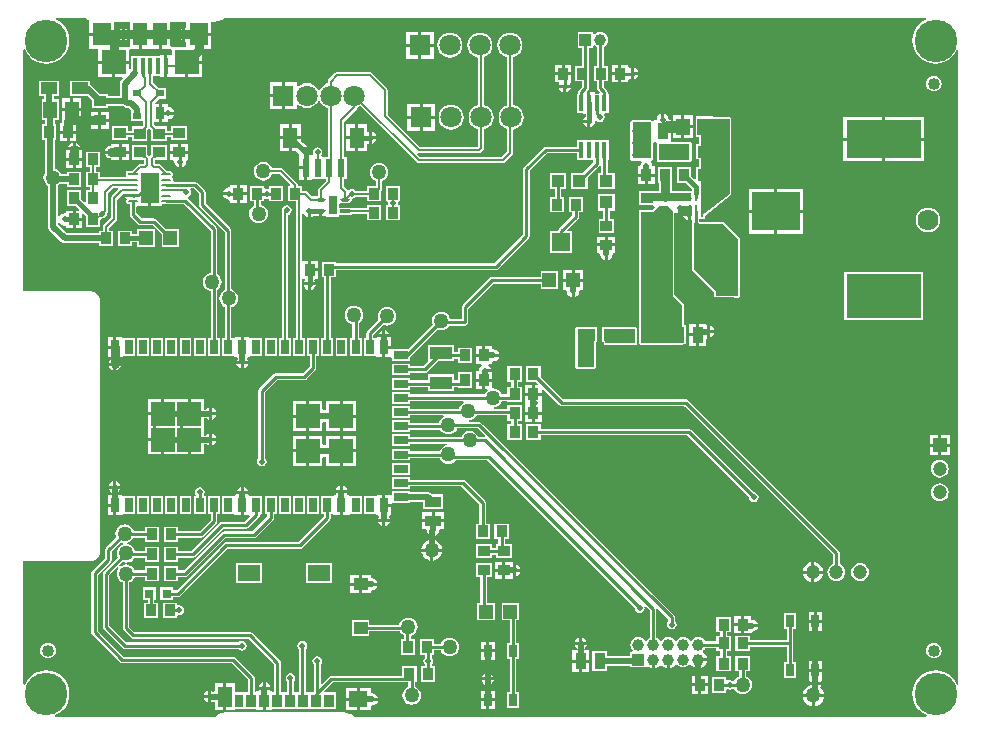
<source format=gtl>
G04*
G04 #@! TF.GenerationSoftware,Altium Limited,Altium Designer,21.1.1 (26)*
G04*
G04 Layer_Physical_Order=1*
G04 Layer_Color=255*
%FSLAX25Y25*%
%MOIN*%
G70*
G04*
G04 #@! TF.SameCoordinates,D31DAFBF-B6A6-4984-8A5A-3B2B1D04CFA6*
G04*
G04*
G04 #@! TF.FilePolarity,Positive*
G04*
G01*
G75*
%ADD13C,0.01000*%
%ADD17C,0.00800*%
%ADD21R,0.03937X0.03543*%
%ADD22R,0.04606X0.07087*%
%ADD23R,0.02953X0.04331*%
%ADD24R,0.03347X0.04331*%
%ADD25R,0.06102X0.05315*%
%ADD26R,0.04724X0.03937*%
%ADD27R,0.07480X0.05315*%
%ADD28R,0.03306X0.00876*%
G04:AMPARAMS|DCode=29|XSize=33.06mil|YSize=8.76mil|CornerRadius=4.38mil|HoleSize=0mil|Usage=FLASHONLY|Rotation=0.000|XOffset=0mil|YOffset=0mil|HoleType=Round|Shape=RoundedRectangle|*
%AMROUNDEDRECTD29*
21,1,0.03306,0.00000,0,0,0.0*
21,1,0.02430,0.00876,0,0,0.0*
1,1,0.00876,0.01215,0.00000*
1,1,0.00876,-0.01215,0.00000*
1,1,0.00876,-0.01215,0.00000*
1,1,0.00876,0.01215,0.00000*
%
%ADD29ROUNDEDRECTD29*%
%ADD30R,0.02756X0.02362*%
%ADD31R,0.02756X0.03937*%
%ADD32R,0.03543X0.03937*%
%ADD33C,0.05000*%
%ADD34R,0.04724X0.04724*%
%ADD35R,0.05512X0.03937*%
%ADD36R,0.04528X0.05709*%
%ADD37R,0.03150X0.03150*%
%ADD38R,0.02559X0.04134*%
%ADD39R,0.15984X0.12992*%
%ADD40R,0.25000X0.15000*%
%ADD41R,0.25000X0.12992*%
%ADD42R,0.02165X0.01772*%
%ADD43R,0.03740X0.05315*%
%ADD44R,0.04331X0.04331*%
%ADD45R,0.07284X0.13386*%
%ADD46R,0.07874X0.07874*%
%ADD47R,0.02756X0.04724*%
%ADD48R,0.04724X0.02756*%
%ADD49R,0.04724X0.04724*%
%ADD50R,0.06299X0.05906*%
%ADD51R,0.04331X0.04331*%
%ADD52R,0.01575X0.05315*%
%ADD53R,0.08268X0.07874*%
%ADD54R,0.06299X0.07480*%
%ADD55R,0.04724X0.07480*%
%ADD56R,0.07480X0.04331*%
%ADD57R,0.03231X0.01341*%
G04:AMPARAMS|DCode=58|XSize=32.31mil|YSize=13.41mil|CornerRadius=6.71mil|HoleSize=0mil|Usage=FLASHONLY|Rotation=180.000|XOffset=0mil|YOffset=0mil|HoleType=Round|Shape=RoundedRectangle|*
%AMROUNDEDRECTD58*
21,1,0.03231,0.00000,0,0,180.0*
21,1,0.01890,0.01341,0,0,180.0*
1,1,0.01341,-0.00945,0.00000*
1,1,0.01341,0.00945,0.00000*
1,1,0.01341,0.00945,0.00000*
1,1,0.01341,-0.00945,0.00000*
%
%ADD58ROUNDEDRECTD58*%
%ADD59R,0.05315X0.03740*%
%ADD60R,0.01772X0.05315*%
%ADD61R,0.02362X0.06102*%
%ADD62R,0.04724X0.07087*%
%ADD63R,0.00787X0.03937*%
%ADD64R,0.00984X0.02362*%
%ADD72R,0.06496X0.10039*%
%ADD97R,0.02756X0.06299*%
%ADD106R,0.03937X0.03937*%
%ADD107C,0.03937*%
%ADD108C,0.07008*%
%ADD115C,0.04000*%
%ADD116C,0.02000*%
%ADD117C,0.01500*%
%ADD118C,0.03000*%
%ADD119C,0.04000*%
%ADD120R,0.06299X0.12205*%
%ADD121R,0.10433X0.05512*%
%ADD122R,0.04528X0.03789*%
%ADD123R,0.16732X0.02953*%
%ADD124R,0.09843X0.04943*%
%ADD125R,0.05709X0.12795*%
%ADD126R,0.03960X0.03960*%
%ADD127C,0.03960*%
%ADD128C,0.14173*%
%ADD129C,0.04724*%
%ADD130C,0.07087*%
%ADD131R,0.07087X0.07087*%
%ADD132C,0.02000*%
G36*
X302753Y234104D02*
X301417Y233391D01*
X300247Y232430D01*
X299287Y231260D01*
X298573Y229924D01*
X298133Y228475D01*
X297985Y226969D01*
X298133Y225462D01*
X298573Y224013D01*
X299287Y222677D01*
X300247Y221507D01*
X301417Y220546D01*
X302753Y219833D01*
X304202Y219393D01*
X305709Y219245D01*
X307215Y219393D01*
X308664Y219833D01*
X310000Y220546D01*
X311170Y221507D01*
X312131Y222677D01*
X312844Y224013D01*
X313329Y223888D01*
X313329Y12332D01*
X312844Y12208D01*
X312131Y13543D01*
X311170Y14714D01*
X310000Y15674D01*
X308664Y16388D01*
X307215Y16827D01*
X305709Y16976D01*
X304202Y16827D01*
X302753Y16388D01*
X301417Y15674D01*
X300247Y14714D01*
X299287Y13543D01*
X298573Y12208D01*
X298133Y10759D01*
X297985Y9252D01*
X298133Y7745D01*
X298573Y6296D01*
X299287Y4961D01*
X300247Y3790D01*
X301417Y2830D01*
X302753Y2116D01*
X302629Y1631D01*
X111957D01*
X111786Y1788D01*
X111637Y1878D01*
X111508Y1993D01*
X110765Y2428D01*
X110601Y2484D01*
X110450Y2570D01*
X109632Y2838D01*
X109460Y2859D01*
X109294Y2910D01*
X108439Y3000D01*
X108352Y2992D01*
X108268Y3009D01*
X68898D01*
X68813Y2992D01*
X68727Y3000D01*
X67871Y2911D01*
X67704Y2859D01*
X67532Y2838D01*
X66714Y2569D01*
X66689Y2555D01*
X66662Y2551D01*
X66413Y2399D01*
X66159Y2256D01*
X66142Y2234D01*
X66118Y2220D01*
X65479Y1631D01*
X12332D01*
X12208Y2116D01*
X13543Y2830D01*
X14714Y3790D01*
X15674Y4961D01*
X16388Y6296D01*
X16827Y7745D01*
X16976Y9252D01*
X16827Y10759D01*
X16388Y12208D01*
X15674Y13543D01*
X14714Y14714D01*
X13543Y15674D01*
X12208Y16388D01*
X10759Y16827D01*
X9252Y16976D01*
X7745Y16827D01*
X6296Y16388D01*
X4961Y15674D01*
X3790Y14714D01*
X2830Y13543D01*
X2116Y12208D01*
X1631Y12332D01*
Y53487D01*
X24016D01*
X24105Y53505D01*
X24196Y53497D01*
X24547Y53536D01*
X24722Y53591D01*
X24904Y53617D01*
X25237Y53733D01*
X25395Y53826D01*
X25567Y53892D01*
X25866Y54079D01*
X25999Y54205D01*
X26152Y54307D01*
X26401Y54557D01*
X26503Y54710D01*
X26629Y54843D01*
X26817Y55142D01*
X26882Y55313D01*
X26975Y55471D01*
X27092Y55805D01*
X27117Y55986D01*
X27173Y56161D01*
X27212Y56512D01*
X27204Y56603D01*
X27222Y56693D01*
X27222Y140157D01*
X27204Y140247D01*
X27212Y140338D01*
X27173Y140689D01*
X27117Y140864D01*
X27092Y141046D01*
X26976Y141379D01*
X26882Y141537D01*
X26817Y141709D01*
X26629Y142007D01*
X26503Y142141D01*
X26401Y142293D01*
X26152Y142543D01*
X25999Y142645D01*
X25866Y142771D01*
X25567Y142958D01*
X25395Y143024D01*
X25237Y143117D01*
X24904Y143233D01*
X24722Y143259D01*
X24547Y143314D01*
X24196Y143353D01*
X24105Y143346D01*
X24016Y143364D01*
X1631D01*
X1631Y223888D01*
X2116Y224013D01*
X2830Y222677D01*
X3790Y221507D01*
X4961Y220546D01*
X6296Y219833D01*
X7745Y219393D01*
X9252Y219245D01*
X10759Y219393D01*
X12208Y219833D01*
X13543Y220546D01*
X14714Y221507D01*
X15674Y222677D01*
X16388Y224013D01*
X16827Y225462D01*
X16976Y226969D01*
X16827Y228475D01*
X16388Y229924D01*
X15674Y231260D01*
X14714Y232430D01*
X13543Y233391D01*
X12208Y234104D01*
X12339Y234587D01*
X22165Y234585D01*
X22332Y234432D01*
X22481Y234342D01*
X22610Y234227D01*
X23353Y233793D01*
X23517Y233736D01*
X23667Y233652D01*
Y229500D01*
X31966D01*
Y233211D01*
X37250D01*
Y230192D01*
X36750Y230040D01*
X36481Y230442D01*
X35820Y230884D01*
X35539Y230940D01*
Y229000D01*
Y227060D01*
X35820Y227116D01*
X36481Y227558D01*
X36750Y227960D01*
X37250Y227808D01*
Y225018D01*
X36887Y224685D01*
X31966D01*
Y228500D01*
X23667D01*
Y224260D01*
X26620D01*
Y220248D01*
X36887D01*
Y223927D01*
X37250Y224260D01*
X40112D01*
Y229000D01*
X41112D01*
Y224260D01*
X46805D01*
Y229000D01*
X47305D01*
Y229500D01*
X50667D01*
Y233211D01*
X55950D01*
Y231383D01*
X55618Y231111D01*
Y229000D01*
Y226889D01*
X55950Y226617D01*
Y224685D01*
X51029D01*
X50667Y225018D01*
Y228500D01*
X47805D01*
Y224260D01*
X50667D01*
X51029Y223927D01*
Y222557D01*
X50864Y222126D01*
X49576D01*
Y218468D01*
Y214811D01*
X50529D01*
X50864Y214811D01*
Y214811D01*
X51029D01*
Y214811D01*
X55663D01*
Y219748D01*
X56163D01*
Y220248D01*
X61297D01*
Y224260D01*
X64250D01*
Y228500D01*
X60100D01*
Y229500D01*
X64250D01*
Y233211D01*
X65220D01*
X65305Y233228D01*
X65391Y233220D01*
X66247Y233310D01*
X66414Y233362D01*
X66587Y233383D01*
X67405Y233652D01*
X67556Y233737D01*
X67721Y233794D01*
X68464Y234230D01*
X68594Y234346D01*
X68742Y234437D01*
X68908Y234589D01*
X197539Y234583D01*
X197570Y234589D01*
X302629Y234589D01*
X302753Y234104D01*
D02*
G37*
%LPC*%
G36*
X54618Y230940D02*
X54338Y230884D01*
X53676Y230442D01*
X53234Y229780D01*
X53178Y229500D01*
X54618D01*
Y230940D01*
D02*
G37*
G36*
X34539D02*
X34259Y230884D01*
X33597Y230442D01*
X33155Y229780D01*
X33100Y229500D01*
X34539D01*
Y230940D01*
D02*
G37*
G36*
X193898Y229756D02*
X193227Y229668D01*
X192602Y229409D01*
X192066Y228997D01*
X192045Y228970D01*
X191545Y229140D01*
Y229734D01*
X186408D01*
Y224597D01*
X187855D01*
Y218513D01*
X185454D01*
Y213376D01*
X187855D01*
Y211587D01*
X186805Y210537D01*
X186562Y210173D01*
X186477Y209744D01*
X186477Y209744D01*
Y209261D01*
X186113D01*
Y202747D01*
X188272D01*
Y202346D01*
X189022D01*
X189174Y201847D01*
X188716Y201540D01*
X188274Y200879D01*
X188218Y200598D01*
X190157D01*
Y200098D01*
X190657D01*
Y198159D01*
X190938Y198214D01*
X191599Y198656D01*
X192041Y199318D01*
X192181Y200020D01*
X192473Y200154D01*
X192687Y200197D01*
X193175Y199871D01*
X193799Y199747D01*
X194423Y199871D01*
X194953Y200224D01*
X195306Y200754D01*
X195431Y201378D01*
X195306Y202002D01*
X195143Y202246D01*
X195411Y202747D01*
X196761D01*
Y209261D01*
X196397D01*
Y209780D01*
X196397Y209780D01*
X196312Y210209D01*
X196069Y210573D01*
X196069Y210573D01*
X195019Y211622D01*
Y213376D01*
X196565D01*
Y218513D01*
X195019D01*
Y224850D01*
X195193Y224922D01*
X195729Y225333D01*
X196141Y225870D01*
X196400Y226495D01*
X196488Y227165D01*
X196400Y227836D01*
X196141Y228461D01*
X195729Y228997D01*
X195193Y229409D01*
X194568Y229668D01*
X193898Y229756D01*
D02*
G37*
G36*
X54618Y228500D02*
X53178D01*
X53234Y228220D01*
X53676Y227558D01*
X54338Y227116D01*
X54618Y227060D01*
Y228500D01*
D02*
G37*
G36*
X34539D02*
X33100D01*
X33155Y228220D01*
X33597Y227558D01*
X34259Y227116D01*
X34539Y227060D01*
Y228500D01*
D02*
G37*
G36*
X138362Y229937D02*
X134319D01*
Y225894D01*
X138362D01*
Y229937D01*
D02*
G37*
G36*
X133319D02*
X129276D01*
Y225894D01*
X133319D01*
Y229937D01*
D02*
G37*
G36*
X143819Y229573D02*
X142737Y229430D01*
X141729Y229013D01*
X140864Y228349D01*
X140200Y227483D01*
X139782Y226475D01*
X139640Y225394D01*
X139782Y224312D01*
X140200Y223304D01*
X140864Y222439D01*
X141729Y221775D01*
X142737Y221357D01*
X143819Y221215D01*
X144901Y221357D01*
X145908Y221775D01*
X146774Y222439D01*
X147438Y223304D01*
X147855Y224312D01*
X147998Y225394D01*
X147855Y226475D01*
X147438Y227483D01*
X146774Y228349D01*
X145908Y229013D01*
X144901Y229430D01*
X143819Y229573D01*
D02*
G37*
G36*
X138362Y224894D02*
X134319D01*
Y220850D01*
X138362D01*
Y224894D01*
D02*
G37*
G36*
X133319D02*
X129276D01*
Y220850D01*
X133319D01*
Y224894D01*
D02*
G37*
G36*
X48576Y222126D02*
X47289D01*
Y221726D01*
X37453D01*
Y217343D01*
X37387Y217299D01*
X36887Y217567D01*
Y219248D01*
X32254D01*
Y214811D01*
X34662D01*
X34854Y214349D01*
X34247Y213742D01*
X33893Y213213D01*
X33769Y212588D01*
Y208324D01*
X29734D01*
Y209065D01*
X27101D01*
X23953Y212213D01*
X23828Y212296D01*
Y213628D01*
X17117D01*
Y208491D01*
X23061D01*
X24597Y206954D01*
Y204321D01*
X29734D01*
Y205062D01*
X35031D01*
X35146Y204946D01*
X35676Y204593D01*
X36300Y204469D01*
X36904D01*
X37263Y204110D01*
X37473Y203694D01*
X37473D01*
X37473Y203694D01*
Y200132D01*
X41429D01*
X41468Y199648D01*
Y198460D01*
X41330Y198321D01*
X37832D01*
Y196969D01*
X36427D01*
Y198435D01*
X31290D01*
Y193691D01*
X36427D01*
Y194930D01*
X37832D01*
Y193578D01*
X42968D01*
Y197076D01*
X43209Y197316D01*
X43279Y197422D01*
X43851Y197525D01*
X43895Y197512D01*
X44331Y197076D01*
Y193578D01*
X49468D01*
Y194930D01*
X50975D01*
Y193691D01*
X56112D01*
Y198435D01*
X50975D01*
Y196969D01*
X49468D01*
Y198321D01*
X45970D01*
X45307Y198984D01*
Y199732D01*
X46825D01*
Y202700D01*
Y205668D01*
X45399D01*
X45345Y206169D01*
X46789Y207612D01*
X49303D01*
Y211174D01*
X46789D01*
X44991Y212972D01*
Y215211D01*
X47289D01*
Y214811D01*
X48576D01*
Y218468D01*
Y222126D01*
D02*
G37*
G36*
X184298Y218913D02*
X182026D01*
Y216445D01*
X184298D01*
Y218913D01*
D02*
G37*
G36*
X199992D02*
X197721D01*
Y216445D01*
X199992D01*
Y218913D01*
D02*
G37*
G36*
X181026D02*
X178754D01*
Y216445D01*
X181026D01*
Y218913D01*
D02*
G37*
G36*
X205224Y217885D02*
Y216445D01*
X206664D01*
X206608Y216725D01*
X206166Y217387D01*
X205505Y217829D01*
X205224Y217885D01*
D02*
G37*
G36*
X61297Y219248D02*
X56663D01*
Y214811D01*
X61297D01*
Y219248D01*
D02*
G37*
G36*
X31254D02*
X26620D01*
Y214811D01*
X31254D01*
Y219248D01*
D02*
G37*
G36*
X206664Y215445D02*
X205224D01*
Y214005D01*
X205505Y214061D01*
X206166Y214503D01*
X206608Y215164D01*
X206664Y215445D01*
D02*
G37*
G36*
X203264Y218913D02*
X200992D01*
Y215945D01*
X200492D01*
D01*
X200992D01*
Y212976D01*
X203264D01*
Y213914D01*
X203764Y214181D01*
X203944Y214061D01*
X204224Y214005D01*
Y215945D01*
Y217885D01*
X203944Y217829D01*
X203764Y217708D01*
X203264Y217976D01*
Y218913D01*
D02*
G37*
G36*
X199992Y215445D02*
X197721D01*
Y212976D01*
X199992D01*
Y215445D01*
D02*
G37*
G36*
X184298D02*
X181526D01*
X178754D01*
Y212976D01*
X180061D01*
X180297Y212535D01*
X180203Y212394D01*
X180147Y212114D01*
X184026D01*
X183971Y212394D01*
X183876Y212535D01*
X184112Y212976D01*
X184298D01*
Y215445D01*
D02*
G37*
G36*
X305118Y215221D02*
X304439Y215131D01*
X303807Y214869D01*
X303264Y214453D01*
X302847Y213910D01*
X302585Y213277D01*
X302496Y212598D01*
X302585Y211920D01*
X302847Y211287D01*
X303264Y210744D01*
X303807Y210327D01*
X304439Y210065D01*
X305118Y209976D01*
X305797Y210065D01*
X306429Y210327D01*
X306973Y210744D01*
X307389Y211287D01*
X307651Y211920D01*
X307740Y212598D01*
X307651Y213277D01*
X307389Y213910D01*
X306973Y214453D01*
X306429Y214869D01*
X305797Y215131D01*
X305118Y215221D01*
D02*
G37*
G36*
X184026Y211114D02*
X182587D01*
Y209674D01*
X182867Y209730D01*
X183528Y210172D01*
X183971Y210834D01*
X184026Y211114D01*
D02*
G37*
G36*
X181587D02*
X180147D01*
X180203Y210834D01*
X180645Y210172D01*
X181306Y209730D01*
X181587Y209674D01*
Y211114D01*
D02*
G37*
G36*
X87785Y213153D02*
X83742D01*
Y209110D01*
X87785D01*
Y213153D01*
D02*
G37*
G36*
X20980Y207791D02*
X18217D01*
Y204437D01*
X20980D01*
Y207791D01*
D02*
G37*
G36*
X17217D02*
X14453D01*
Y204437D01*
X17217D01*
Y207791D01*
D02*
G37*
G36*
X87785Y208110D02*
X83742D01*
Y204067D01*
X87785D01*
Y208110D01*
D02*
G37*
G36*
X138756Y205921D02*
X134713D01*
Y201878D01*
X138756D01*
Y205921D01*
D02*
G37*
G36*
X133713D02*
X129669D01*
Y201878D01*
X133713D01*
Y205921D01*
D02*
G37*
G36*
X30134Y203165D02*
X27665D01*
Y200894D01*
X30134D01*
Y203165D01*
D02*
G37*
G36*
X26665D02*
X24197D01*
Y200894D01*
X26665D01*
Y203165D01*
D02*
G37*
G36*
X215264Y202530D02*
Y200590D01*
X214264D01*
Y202530D01*
X213983Y202474D01*
X213322Y202032D01*
X212880Y201371D01*
X212725Y200591D01*
X212495Y200311D01*
X211894D01*
Y200102D01*
X211394Y200002D01*
X211286Y200262D01*
X210827Y200453D01*
X204527D01*
X204068Y200262D01*
X203878Y199803D01*
Y187598D01*
X204068Y187139D01*
X204527Y186949D01*
X207610D01*
X207751Y186619D01*
X207788Y186449D01*
X207368Y185820D01*
X207216Y185055D01*
X206480D01*
Y182587D01*
X209252D01*
X212023D01*
Y185055D01*
X211288D01*
X211136Y185820D01*
X210715Y186449D01*
X210776Y186725D01*
X210868Y186966D01*
X211286Y187139D01*
X211476Y187598D01*
Y192797D01*
X211894Y192996D01*
X211976Y192996D01*
X212392D01*
X212736Y192520D01*
Y187008D01*
X212927Y186549D01*
X213386Y186358D01*
X223819D01*
X224278Y186549D01*
X224468Y187008D01*
Y192520D01*
X224278Y192979D01*
X223819Y193169D01*
X217634D01*
Y196153D01*
X214764D01*
Y197153D01*
X217634D01*
Y200311D01*
X217032D01*
X216803Y200591D01*
X216648Y201371D01*
X216206Y202032D01*
X215544Y202474D01*
X215264Y202530D01*
D02*
G37*
G36*
X49703Y205668D02*
X47825D01*
Y202700D01*
Y199732D01*
X49703D01*
Y200472D01*
X50000Y200716D01*
X50780Y200871D01*
X51442Y201314D01*
X51884Y201975D01*
X51940Y202256D01*
X50000D01*
Y203256D01*
X51940D01*
X51884Y203536D01*
X51442Y204197D01*
X50780Y204640D01*
X50000Y204795D01*
X49703Y205038D01*
Y205668D01*
D02*
G37*
G36*
X224721Y202083D02*
X221957D01*
Y198728D01*
X224721D01*
Y202083D01*
D02*
G37*
G36*
X220957D02*
X218193D01*
Y198728D01*
X220957D01*
Y202083D01*
D02*
G37*
G36*
X189657Y199598D02*
X188218D01*
X188274Y199318D01*
X188716Y198656D01*
X189377Y198214D01*
X189657Y198159D01*
Y199598D01*
D02*
G37*
G36*
X30134Y199894D02*
X27665D01*
Y197622D01*
X30134D01*
Y199894D01*
D02*
G37*
G36*
X26665D02*
X24197D01*
Y197622D01*
X26665D01*
Y199894D01*
D02*
G37*
G36*
X144213Y205557D02*
X143131Y205415D01*
X142123Y204997D01*
X141258Y204333D01*
X140593Y203467D01*
X140176Y202460D01*
X140033Y201378D01*
X140176Y200296D01*
X140593Y199288D01*
X141258Y198423D01*
X142123Y197759D01*
X143131Y197341D01*
X144213Y197199D01*
X145294Y197341D01*
X146302Y197759D01*
X147168Y198423D01*
X147832Y199288D01*
X148249Y200296D01*
X148392Y201378D01*
X148249Y202460D01*
X147832Y203467D01*
X147168Y204333D01*
X146302Y204997D01*
X145294Y205415D01*
X144213Y205557D01*
D02*
G37*
G36*
X20980Y203437D02*
X17717D01*
X14453D01*
Y200083D01*
X14453D01*
X14534Y199812D01*
X14217Y199425D01*
X13764D01*
Y196957D01*
X16535D01*
X19307D01*
Y199425D01*
X19204D01*
X18887Y199925D01*
X18962Y200083D01*
X20980D01*
Y203437D01*
D02*
G37*
G36*
X138756Y200878D02*
X134713D01*
Y196835D01*
X138756D01*
Y200878D01*
D02*
G37*
G36*
X133713D02*
X129669D01*
Y196835D01*
X133713D01*
Y200878D01*
D02*
G37*
G36*
X117821Y196475D02*
Y195035D01*
X119261D01*
X119205Y195315D01*
X118763Y195977D01*
X118101Y196419D01*
X117821Y196475D01*
D02*
G37*
G36*
X112195Y199078D02*
X109333D01*
Y195035D01*
X112195D01*
Y199078D01*
D02*
G37*
G36*
X94010D02*
X91148D01*
Y195035D01*
X94010D01*
Y199078D01*
D02*
G37*
G36*
X90148D02*
X87286D01*
Y195035D01*
X90148D01*
Y199078D01*
D02*
G37*
G36*
X301847Y201630D02*
X288846D01*
Y194634D01*
X301847D01*
Y201630D01*
D02*
G37*
G36*
X287846D02*
X274847D01*
Y194634D01*
X287846D01*
Y201630D01*
D02*
G37*
G36*
X224721Y197728D02*
X221957D01*
Y194374D01*
X224721D01*
Y197728D01*
D02*
G37*
G36*
X220957D02*
X218193D01*
Y194374D01*
X220957D01*
Y197728D01*
D02*
G37*
G36*
X19307Y195957D02*
X17035D01*
Y193488D01*
X19307D01*
Y195957D01*
D02*
G37*
G36*
X16035D02*
X13764D01*
Y193488D01*
X16035D01*
Y195957D01*
D02*
G37*
G36*
X119261Y194035D02*
X117821D01*
Y192595D01*
X118101Y192651D01*
X118763Y193093D01*
X119205Y193755D01*
X119261Y194035D01*
D02*
G37*
G36*
X116057Y199078D02*
X113195D01*
Y194535D01*
Y189992D01*
X116057D01*
Y192387D01*
X116468Y192660D01*
X116557Y192648D01*
X116821Y192595D01*
Y194535D01*
Y196475D01*
X116557Y196422D01*
X116468Y196411D01*
X116057Y196683D01*
Y199078D01*
D02*
G37*
G36*
X196761Y193710D02*
X186113D01*
Y191574D01*
X175689D01*
X175689Y191574D01*
X175260Y191489D01*
X174896Y191246D01*
X174896Y191246D01*
X168498Y184848D01*
X168255Y184484D01*
X168170Y184055D01*
X168170Y184055D01*
Y162276D01*
X158591Y152696D01*
X105755D01*
Y153159D01*
X101012D01*
Y148022D01*
X101810D01*
Y127765D01*
X100953D01*
Y121841D01*
X104909D01*
Y127765D01*
X104053D01*
Y148022D01*
X105755D01*
Y150453D01*
X159055D01*
X159055Y150453D01*
X159484Y150539D01*
X159848Y150782D01*
X170084Y161018D01*
X170084Y161018D01*
X170327Y161382D01*
X170413Y161811D01*
X170413Y161811D01*
Y183591D01*
X176154Y189331D01*
X186113D01*
Y187195D01*
X191595D01*
Y186390D01*
X188089Y182884D01*
X184144D01*
Y177353D01*
X189675D01*
Y181297D01*
X193510Y185132D01*
X193510Y185132D01*
X193654Y185348D01*
X194154Y185197D01*
Y182884D01*
X193199D01*
Y177353D01*
X198730D01*
Y182884D01*
X196397D01*
Y187195D01*
X196761D01*
Y193710D01*
D02*
G37*
G36*
X19004Y192885D02*
Y191445D01*
X20444D01*
X20388Y191725D01*
X19946Y192387D01*
X19284Y192829D01*
X19004Y192885D01*
D02*
G37*
G36*
X18004D02*
X17724Y192829D01*
X17062Y192387D01*
X16620Y191725D01*
X16564Y191445D01*
X18004D01*
Y192885D01*
D02*
G37*
G36*
X56512Y192535D02*
X54043D01*
Y190264D01*
X56512D01*
Y192535D01*
D02*
G37*
G36*
X36827D02*
X34358D01*
Y190264D01*
X36827D01*
Y192535D01*
D02*
G37*
G36*
X53043D02*
X50575D01*
Y190264D01*
X53043D01*
Y192535D01*
D02*
G37*
G36*
X112195Y194035D02*
X109333D01*
Y189992D01*
X112195D01*
Y194035D01*
D02*
G37*
G36*
X90148D02*
X87286D01*
Y189992D01*
X90148D01*
Y194035D01*
D02*
G37*
G36*
X163819Y229573D02*
X162737Y229430D01*
X161729Y229013D01*
X160864Y228349D01*
X160200Y227483D01*
X159782Y226475D01*
X159640Y225394D01*
X159782Y224312D01*
X160200Y223304D01*
X160864Y222439D01*
X161729Y221775D01*
X162737Y221357D01*
X162799Y221349D01*
Y205277D01*
X162123Y204997D01*
X161258Y204333D01*
X160593Y203467D01*
X160176Y202460D01*
X160034Y201378D01*
X160176Y200296D01*
X160593Y199288D01*
X161258Y198423D01*
X162123Y197759D01*
X162799Y197479D01*
Y189832D01*
X160995Y188028D01*
X133932D01*
X132954Y189005D01*
X133200Y189466D01*
X133366Y189433D01*
X153362D01*
X153752Y189511D01*
X154083Y189732D01*
X154934Y190582D01*
X155155Y190913D01*
X155232Y191303D01*
Y197333D01*
X155294Y197341D01*
X156302Y197759D01*
X157168Y198423D01*
X157832Y199288D01*
X158249Y200296D01*
X158392Y201378D01*
X158249Y202460D01*
X157832Y203467D01*
X157168Y204333D01*
X156302Y204997D01*
X155294Y205415D01*
X155232Y205423D01*
Y221494D01*
X155908Y221775D01*
X156774Y222439D01*
X157438Y223304D01*
X157855Y224312D01*
X157998Y225394D01*
X157855Y226475D01*
X157438Y227483D01*
X156774Y228349D01*
X155908Y229013D01*
X154901Y229430D01*
X153819Y229573D01*
X152737Y229430D01*
X151729Y229013D01*
X150864Y228349D01*
X150200Y227483D01*
X149782Y226475D01*
X149640Y225394D01*
X149782Y224312D01*
X150200Y223304D01*
X150864Y222439D01*
X151729Y221775D01*
X152737Y221357D01*
X153193Y221297D01*
Y205423D01*
X153131Y205415D01*
X152123Y204997D01*
X151258Y204333D01*
X150593Y203467D01*
X150176Y202460D01*
X150033Y201378D01*
X150176Y200296D01*
X150593Y199288D01*
X151258Y198423D01*
X152123Y197759D01*
X153131Y197341D01*
X153193Y197333D01*
Y191726D01*
X152940Y191472D01*
X133789D01*
X123067Y202194D01*
Y210530D01*
X122989Y210920D01*
X122768Y211250D01*
X117747Y216272D01*
X117416Y216493D01*
X117026Y216571D01*
X106299D01*
X105909Y216493D01*
X105578Y216272D01*
X103313Y214006D01*
X103092Y213676D01*
X103014Y213285D01*
Y212655D01*
X102952Y212647D01*
X101944Y212229D01*
X101078Y211565D01*
X100414Y210699D01*
X100347Y210536D01*
X99847D01*
X99779Y210699D01*
X99115Y211565D01*
X98249Y212229D01*
X97241Y212647D01*
X96159Y212789D01*
X95078Y212647D01*
X94070Y212229D01*
X93329Y211660D01*
X92829Y211838D01*
Y213153D01*
X88785D01*
Y208610D01*
Y204067D01*
X92829D01*
Y205382D01*
X93329Y205559D01*
X94070Y204991D01*
X95078Y204573D01*
X96159Y204431D01*
X97241Y204573D01*
X98249Y204991D01*
X99115Y205655D01*
X99779Y206520D01*
X99847Y206684D01*
X100347D01*
X100414Y206520D01*
X101078Y205655D01*
X101944Y204991D01*
X102952Y204573D01*
X103014Y204565D01*
Y188245D01*
X101984D01*
X101859Y188245D01*
X101484D01*
X101359Y188245D01*
X101219D01*
X100981Y188745D01*
X101210Y189088D01*
X101334Y189712D01*
X101210Y190337D01*
X100856Y190866D01*
X100327Y191219D01*
X99703Y191344D01*
X99079Y191219D01*
X98549Y190866D01*
X98196Y190337D01*
X98071Y189712D01*
X98196Y189088D01*
X98238Y189025D01*
X97890Y188645D01*
X95396D01*
X95321Y188740D01*
X95426Y189411D01*
X95633Y189550D01*
X96075Y190211D01*
X96131Y190492D01*
X94191D01*
Y191492D01*
X96131D01*
X96075Y191772D01*
X95633Y192434D01*
X94971Y192876D01*
X94191Y193031D01*
X94010Y193180D01*
Y194035D01*
X91148D01*
Y189992D01*
X92454D01*
X92749Y189550D01*
X93411Y189108D01*
X93467Y189097D01*
X93585Y188645D01*
X93585Y188563D01*
Y185094D01*
X95766D01*
Y184594D01*
X96266D01*
Y180543D01*
X97947D01*
Y180943D01*
X101359D01*
X101484Y180943D01*
X101859D01*
X101984Y180943D01*
X102620D01*
Y180292D01*
X100065Y177736D01*
X99844Y177406D01*
X99766Y177015D01*
Y175245D01*
X99345Y175161D01*
X99079Y174984D01*
X97863D01*
X96193Y176654D01*
X95863Y176875D01*
X95472Y176952D01*
X94594D01*
Y178501D01*
X93242D01*
Y178689D01*
X93164Y179079D01*
X92943Y179410D01*
X88219Y184134D01*
X87888Y184355D01*
X87498Y184433D01*
X84526D01*
X84300Y184976D01*
X83803Y185624D01*
X83156Y186121D01*
X82402Y186433D01*
X81593Y186540D01*
X80783Y186433D01*
X80029Y186121D01*
X79382Y185624D01*
X78885Y184976D01*
X78572Y184222D01*
X78466Y183413D01*
X78572Y182604D01*
X78885Y181850D01*
X79382Y181202D01*
X80029Y180705D01*
X80783Y180393D01*
X81593Y180286D01*
X82402Y180393D01*
X83156Y180705D01*
X83803Y181202D01*
X84300Y181850D01*
X84526Y182393D01*
X87076D01*
X90506Y178963D01*
X90315Y178501D01*
X89851D01*
Y173364D01*
X92463D01*
Y127765D01*
X91504D01*
Y121841D01*
X95460D01*
Y127765D01*
X94502D01*
Y147622D01*
X95370D01*
X95558Y147122D01*
X95201Y146587D01*
X95145Y146307D01*
X99024D01*
X98969Y146587D01*
X98611Y147122D01*
X98800Y147622D01*
X99856D01*
Y150091D01*
X97085D01*
Y150591D01*
X96585D01*
Y153559D01*
X94502D01*
Y169504D01*
X95002Y169554D01*
X95063Y169247D01*
X95505Y168585D01*
X96166Y168143D01*
X96447Y168087D01*
Y170027D01*
X97447D01*
Y168087D01*
X97727Y168143D01*
X98389Y168585D01*
X98425Y168640D01*
X98636Y168823D01*
X99189Y168453D01*
X99841Y168324D01*
X100285D01*
Y170027D01*
X101285D01*
Y168324D01*
X101730D01*
X102343Y168446D01*
X102419Y168439D01*
X102843Y168246D01*
X102843Y168246D01*
X102843Y168246D01*
X106799D01*
Y168756D01*
X111072D01*
Y169008D01*
X116229D01*
Y167065D01*
X120972D01*
Y172202D01*
X116229D01*
Y171047D01*
X111072D01*
Y171298D01*
X106799D01*
Y172578D01*
X107299Y172845D01*
X107416Y172767D01*
X107911Y172669D01*
X109801D01*
X110297Y172767D01*
X110717Y173048D01*
X110998Y173468D01*
X111097Y173964D01*
X111088Y174007D01*
X111120Y174301D01*
X111744Y174425D01*
X112274Y174779D01*
X112363Y174913D01*
X116229D01*
Y173364D01*
X120972D01*
Y176900D01*
X121117Y177117D01*
X121195Y177507D01*
Y180086D01*
X121739Y180312D01*
X122386Y180808D01*
X122883Y181456D01*
X123195Y182210D01*
X123302Y183019D01*
X123195Y183829D01*
X122883Y184583D01*
X122386Y185230D01*
X121739Y185727D01*
X120984Y186039D01*
X120175Y186146D01*
X119366Y186039D01*
X118612Y185727D01*
X117964Y185230D01*
X117467Y184583D01*
X117155Y183829D01*
X117049Y183019D01*
X117155Y182210D01*
X117467Y181456D01*
X117964Y180808D01*
X118612Y180312D01*
X119156Y180086D01*
Y178501D01*
X116229D01*
Y176952D01*
X112363D01*
X112274Y177086D01*
X111744Y177440D01*
X111120Y177564D01*
X110496Y177440D01*
X110200Y177242D01*
X109949Y177098D01*
X109554Y177366D01*
X108596Y178323D01*
Y180943D01*
X109358D01*
Y188245D01*
X108596D01*
Y199920D01*
X112628Y203952D01*
X112849Y204283D01*
X112905Y204562D01*
X112989Y204573D01*
X113997Y204991D01*
X114047Y205029D01*
X132789Y186287D01*
X133119Y186066D01*
X133510Y185988D01*
X161417D01*
X161808Y186066D01*
X162138Y186287D01*
X164540Y188689D01*
X164761Y189019D01*
X164839Y189409D01*
Y197281D01*
X165294Y197341D01*
X166302Y197759D01*
X167168Y198423D01*
X167832Y199288D01*
X168249Y200296D01*
X168392Y201378D01*
X168249Y202460D01*
X167832Y203467D01*
X167168Y204333D01*
X166302Y204997D01*
X165294Y205415D01*
X164839Y205475D01*
Y221349D01*
X164901Y221357D01*
X165908Y221775D01*
X166774Y222439D01*
X167438Y223304D01*
X167856Y224312D01*
X167998Y225394D01*
X167856Y226475D01*
X167438Y227483D01*
X166774Y228349D01*
X165908Y229013D01*
X164901Y229430D01*
X163819Y229573D01*
D02*
G37*
G36*
X20762Y190445D02*
X16246D01*
X16185Y190370D01*
X15732D01*
Y187902D01*
X18504D01*
X21276D01*
Y190370D01*
X20823D01*
X20762Y190445D01*
D02*
G37*
G36*
X36827Y189264D02*
X34358D01*
Y186992D01*
X36827D01*
Y189264D01*
D02*
G37*
G36*
X33358Y192535D02*
X30890D01*
Y191952D01*
X30709Y191803D01*
X29928Y191648D01*
X29267Y191206D01*
X28825Y190544D01*
X28769Y190264D01*
X30709D01*
Y189264D01*
X28769D01*
X28825Y188983D01*
X29267Y188322D01*
X29928Y187880D01*
X30709Y187725D01*
X30890Y187576D01*
Y186992D01*
X33358D01*
Y189764D01*
Y192535D01*
D02*
G37*
G36*
X301847Y193634D02*
X288846D01*
Y186638D01*
X301847D01*
Y193634D01*
D02*
G37*
G36*
X287846D02*
X274847D01*
Y186638D01*
X287846D01*
Y193634D01*
D02*
G37*
G36*
X56512Y189264D02*
X53543D01*
X50575D01*
Y186992D01*
X51587D01*
X51898Y186614D01*
X52053Y185833D01*
X52495Y185172D01*
X53157Y184730D01*
X53437Y184674D01*
Y186614D01*
X54437D01*
Y184674D01*
X54717Y184730D01*
X55379Y185172D01*
X55821Y185833D01*
X55976Y186614D01*
X56287Y186992D01*
X56512D01*
Y189264D01*
D02*
G37*
G36*
X21276Y186902D02*
X19004D01*
Y184433D01*
X21276D01*
Y186902D01*
D02*
G37*
G36*
X18004D02*
X15732D01*
Y184433D01*
X18004D01*
Y186902D01*
D02*
G37*
G36*
X231407Y201683D02*
X225679D01*
Y194774D01*
X226790D01*
Y192529D01*
X225778D01*
Y187392D01*
X226790D01*
Y184655D01*
X225778D01*
Y180759D01*
X225316Y180568D01*
X224222Y181662D01*
Y184655D01*
X219479D01*
Y179518D01*
X222472D01*
X224411Y177579D01*
Y176963D01*
X224213Y176830D01*
X217692D01*
Y179518D01*
X217923D01*
Y184655D01*
X213179D01*
Y179518D01*
X213410D01*
Y176830D01*
X207480D01*
X207361Y176781D01*
X206880D01*
Y176301D01*
X206831Y176181D01*
Y173228D01*
X206880Y173109D01*
Y172038D01*
X211523D01*
X211641Y172038D01*
X212066Y171587D01*
X212066Y171581D01*
X212063Y171446D01*
X211148Y170531D01*
X207480D01*
X207361Y170482D01*
X206880D01*
Y170001D01*
X206831Y169882D01*
Y126227D01*
X207021Y125767D01*
X207480Y125577D01*
X221260D01*
X221507Y125680D01*
X222549D01*
Y132194D01*
X221909D01*
Y138681D01*
X221719Y139140D01*
X218661Y142198D01*
Y169509D01*
X218727Y169564D01*
X219161Y169731D01*
X219692Y169376D01*
X219972Y169320D01*
Y171260D01*
X220972D01*
Y169079D01*
X221256Y168867D01*
X221337Y168459D01*
X221779Y167798D01*
X222425Y167366D01*
Y167110D01*
X223319D01*
Y170078D01*
X224319D01*
Y167110D01*
X224453D01*
X224608Y166610D01*
X224516Y166472D01*
X224411Y165945D01*
Y153150D01*
X224516Y152623D01*
X224547Y152576D01*
Y150591D01*
X224738Y150131D01*
X231880Y142989D01*
Y141329D01*
X238660D01*
X238779Y141280D01*
X239961D01*
X240080Y141329D01*
X240364D01*
Y141447D01*
X240420Y141470D01*
X240610Y141929D01*
Y160630D01*
X240420Y161089D01*
X235203Y166306D01*
X234744Y166496D01*
X227043D01*
X226909Y166696D01*
Y167510D01*
X228750D01*
Y168430D01*
X237414Y175379D01*
X237432Y175412D01*
X237467Y175427D01*
X237550Y175626D01*
X237653Y175815D01*
X237643Y175851D01*
X237657Y175886D01*
X237657Y188681D01*
X237657Y200787D01*
X237467Y201247D01*
X237008Y201437D01*
X231407D01*
Y201683D01*
D02*
G37*
G36*
X95266Y184094D02*
X93585D01*
Y180543D01*
X95266D01*
Y184094D01*
D02*
G37*
G36*
X212023Y181587D02*
X209752D01*
Y179118D01*
X212023D01*
Y181587D01*
D02*
G37*
G36*
X208752D02*
X206480D01*
Y179118D01*
X208752D01*
Y181587D01*
D02*
G37*
G36*
X76096Y178901D02*
X73825D01*
Y176433D01*
X76096D01*
Y178901D01*
D02*
G37*
G36*
X81996Y178501D02*
X77252D01*
Y173364D01*
X78503D01*
Y171968D01*
X78454Y171948D01*
X77807Y171451D01*
X77310Y170803D01*
X76998Y170049D01*
X76891Y169240D01*
X76998Y168430D01*
X77310Y167676D01*
X77807Y167029D01*
X78454Y166532D01*
X79208Y166220D01*
X80018Y166113D01*
X80827Y166220D01*
X81581Y166532D01*
X82229Y167029D01*
X82726Y167676D01*
X83038Y168430D01*
X83144Y169240D01*
X83038Y170049D01*
X82726Y170803D01*
X82229Y171451D01*
X81581Y171948D01*
X80827Y172260D01*
X80746Y172271D01*
Y173364D01*
X81996D01*
Y173973D01*
X82496Y174357D01*
X82774Y174301D01*
X83052Y174357D01*
X83552Y173973D01*
Y173364D01*
X88295D01*
Y178501D01*
X83552D01*
Y177893D01*
X83052Y177509D01*
X82774Y177564D01*
X82496Y177509D01*
X81996Y177893D01*
Y178501D01*
D02*
G37*
G36*
X76096Y175433D02*
X73825D01*
Y172964D01*
X76096D01*
Y175433D01*
D02*
G37*
G36*
X72825Y178901D02*
X70553D01*
Y178282D01*
X70175Y177972D01*
X69395Y177817D01*
X68733Y177375D01*
X68291Y176713D01*
X68235Y176433D01*
X70175D01*
Y175433D01*
X68235D01*
X68291Y175152D01*
X68733Y174491D01*
X69395Y174049D01*
X70175Y173893D01*
X70553Y173583D01*
Y172964D01*
X72825D01*
Y175933D01*
Y178901D01*
D02*
G37*
G36*
X261354Y177614D02*
X252862D01*
Y170618D01*
X261354D01*
Y177614D01*
D02*
G37*
G36*
X251862D02*
X243370D01*
Y170618D01*
X251862D01*
Y177614D01*
D02*
G37*
G36*
X182588Y182884D02*
X177058D01*
Y177353D01*
X178701D01*
Y174813D01*
X177058D01*
Y169676D01*
X181801D01*
Y174813D01*
X180944D01*
Y177353D01*
X182588D01*
Y182884D01*
D02*
G37*
G36*
X127271Y178501D02*
X122528D01*
Y173364D01*
X122990D01*
X123307Y172978D01*
X123268Y172783D01*
X123307Y172589D01*
X122990Y172202D01*
X122528D01*
Y167065D01*
X127271D01*
Y172202D01*
X126809D01*
X126492Y172589D01*
X126531Y172783D01*
X126492Y172978D01*
X126809Y173364D01*
X127271D01*
Y178501D01*
D02*
G37*
G36*
X21276Y166823D02*
X19004D01*
Y164354D01*
X21276D01*
Y166823D01*
D02*
G37*
G36*
X303150Y171265D02*
X302078Y171124D01*
X301080Y170711D01*
X300223Y170053D01*
X299565Y169196D01*
X299151Y168197D01*
X299010Y167126D01*
X299151Y166055D01*
X299565Y165056D01*
X300223Y164199D01*
X301080Y163541D01*
X302078Y163128D01*
X303150Y162987D01*
X304221Y163128D01*
X305219Y163541D01*
X306077Y164199D01*
X306734Y165056D01*
X307148Y166055D01*
X307289Y167126D01*
X307148Y168197D01*
X306734Y169196D01*
X306077Y170053D01*
X305219Y170711D01*
X304221Y171124D01*
X303150Y171265D01*
D02*
G37*
G36*
X198730Y175797D02*
X193199D01*
Y170266D01*
X194843D01*
Y167529D01*
X193396D01*
Y162786D01*
X198533D01*
Y167529D01*
X197086D01*
Y170266D01*
X198730D01*
Y175797D01*
D02*
G37*
G36*
X261354Y169618D02*
X252862D01*
Y162622D01*
X261354D01*
Y169618D01*
D02*
G37*
G36*
X251862D02*
X243370D01*
Y162622D01*
X251862D01*
Y169618D01*
D02*
G37*
G36*
X45346Y163986D02*
X39421D01*
Y162400D01*
X37805D01*
Y163592D01*
X33061D01*
Y158455D01*
X37805D01*
Y159647D01*
X39421D01*
Y158061D01*
X45346D01*
Y163986D01*
D02*
G37*
G36*
X198933Y161630D02*
X196465D01*
Y159358D01*
X198933D01*
Y161630D01*
D02*
G37*
G36*
X195465D02*
X192996D01*
Y159358D01*
X195465D01*
Y161630D01*
D02*
G37*
G36*
X188100Y174813D02*
X183357D01*
Y169676D01*
X184607D01*
Y168673D01*
X180112Y164179D01*
X179869Y163815D01*
X179786Y163395D01*
X177156D01*
Y156290D01*
X184655D01*
Y163395D01*
X183154D01*
X182963Y163857D01*
X186521Y167416D01*
X186765Y167779D01*
X186850Y168209D01*
X186850Y168209D01*
Y169676D01*
X188100D01*
Y174813D01*
D02*
G37*
G36*
X198933Y158358D02*
X192996D01*
Y156087D01*
X193615D01*
X193925Y155708D01*
X194080Y154928D01*
X194522Y154266D01*
X195184Y153824D01*
X195464Y153769D01*
Y155708D01*
X196464D01*
Y153769D01*
X196745Y153824D01*
X197406Y154266D01*
X197848Y154928D01*
X198003Y155708D01*
X198314Y156087D01*
X198933D01*
Y158358D01*
D02*
G37*
G36*
X99856Y153559D02*
X97585D01*
Y151091D01*
X99856D01*
Y153559D01*
D02*
G37*
G36*
X188204Y150409D02*
X185342D01*
Y147547D01*
X188204D01*
Y150409D01*
D02*
G37*
G36*
X184342D02*
X181480D01*
Y147547D01*
X184342D01*
Y150409D01*
D02*
G37*
G36*
X179930Y150009D02*
X174006D01*
Y148169D01*
X157775D01*
X157346Y148083D01*
X156982Y147840D01*
X156982Y147840D01*
X148026Y138884D01*
X147783Y138520D01*
X147697Y138091D01*
X147697Y138091D01*
Y134192D01*
X143976D01*
X143965Y134274D01*
X143653Y135028D01*
X143156Y135676D01*
X142508Y136172D01*
X141754Y136485D01*
X140945Y136591D01*
X140136Y136485D01*
X139382Y136172D01*
X138734Y135676D01*
X138237Y135028D01*
X137925Y134274D01*
X137818Y133465D01*
X137925Y132655D01*
X138108Y132213D01*
X129904Y124009D01*
X124707D01*
X124540Y124010D01*
X124269Y124303D01*
X122329D01*
Y121441D01*
X124040D01*
X124207Y121441D01*
X124540Y121079D01*
Y120054D01*
X130464D01*
Y121398D01*
X139694Y130627D01*
X140136Y130444D01*
X140945Y130338D01*
X141754Y130444D01*
X142508Y130757D01*
X143156Y131254D01*
X143653Y131901D01*
X143673Y131949D01*
X148819D01*
X149248Y132035D01*
X149612Y132278D01*
X149855Y132642D01*
X149940Y133071D01*
Y137626D01*
X158240Y145926D01*
X174006D01*
Y144085D01*
X179930D01*
Y150009D01*
D02*
G37*
G36*
X99024Y145307D02*
X97585D01*
Y143867D01*
X97865Y143923D01*
X98527Y144365D01*
X98969Y145027D01*
X99024Y145307D01*
D02*
G37*
G36*
X96585D02*
X95145D01*
X95201Y145027D01*
X95643Y144365D01*
X96304Y143923D01*
X96585Y143867D01*
Y145307D01*
D02*
G37*
G36*
X188204Y146547D02*
X184842D01*
X181480D01*
Y143685D01*
X182573D01*
X182803Y143405D01*
X182958Y142625D01*
X183400Y141963D01*
X184062Y141521D01*
X184342Y141465D01*
Y143405D01*
X185342D01*
Y141465D01*
X185623Y141521D01*
X186284Y141963D01*
X186726Y142625D01*
X186881Y143405D01*
X187111Y143685D01*
X188204D01*
Y146547D01*
D02*
G37*
G36*
X301447Y149911D02*
X275247D01*
Y133711D01*
X301447D01*
Y149911D01*
D02*
G37*
G36*
X122835Y138166D02*
X122025Y138060D01*
X121271Y137747D01*
X120624Y137250D01*
X120127Y136603D01*
X119814Y135849D01*
X119708Y135039D01*
X119814Y134230D01*
X119998Y133788D01*
X116311Y130102D01*
X116068Y129738D01*
X115983Y129309D01*
X115983Y129309D01*
Y127765D01*
X115126D01*
Y121841D01*
X118951D01*
X119082Y121841D01*
X119451Y121523D01*
Y121441D01*
X121329D01*
Y124803D01*
X121829D01*
Y125303D01*
X124207D01*
Y128022D01*
X119380D01*
X119082Y127765D01*
X118951Y127765D01*
X118226D01*
Y128844D01*
X121584Y132202D01*
X122025Y132019D01*
X122835Y131913D01*
X123644Y132019D01*
X124398Y132332D01*
X125046Y132828D01*
X125542Y133476D01*
X125855Y134230D01*
X125961Y135039D01*
X125855Y135849D01*
X125542Y136603D01*
X125046Y137250D01*
X124398Y137747D01*
X123644Y138060D01*
X122835Y138166D01*
D02*
G37*
G36*
X230499Y131861D02*
Y130421D01*
X231939D01*
X231883Y130702D01*
X231441Y131363D01*
X230779Y131805D01*
X230499Y131861D01*
D02*
G37*
G36*
X225878Y132595D02*
X223508D01*
Y129437D01*
X225878D01*
Y132595D01*
D02*
G37*
G36*
X122329Y130461D02*
Y129022D01*
X123768D01*
X123713Y129302D01*
X123271Y129964D01*
X122609Y130406D01*
X122329Y130461D01*
D02*
G37*
G36*
X121329D02*
X121048Y130406D01*
X120387Y129964D01*
X119945Y129302D01*
X119889Y129022D01*
X121329D01*
Y130461D01*
D02*
G37*
G36*
X231939Y129421D02*
X230499D01*
Y127981D01*
X230779Y128037D01*
X231441Y128479D01*
X231883Y129141D01*
X231939Y129421D01*
D02*
G37*
G36*
X205512Y131555D02*
X195669D01*
X195550Y131506D01*
X194479D01*
Y126368D01*
X195020D01*
Y125963D01*
X195210Y125503D01*
X195669Y125313D01*
X205512D01*
X205971Y125503D01*
X206161Y125963D01*
Y130905D01*
X205971Y131365D01*
X205718Y131470D01*
Y131506D01*
X205631D01*
X205512Y131555D01*
D02*
G37*
G36*
X31565Y128165D02*
X29687D01*
Y125303D01*
X31565D01*
Y128165D01*
D02*
G37*
G36*
X229248Y132595D02*
X226878D01*
Y128937D01*
Y125279D01*
X229248D01*
Y127637D01*
X229499Y127843D01*
Y129921D01*
Y131999D01*
X229248Y132205D01*
Y132595D01*
D02*
G37*
G36*
X225878Y128437D02*
X223508D01*
Y125279D01*
X225878D01*
Y128437D01*
D02*
G37*
G36*
X154618Y125016D02*
X152347D01*
Y122547D01*
X154618D01*
Y125016D01*
D02*
G37*
G36*
X111811Y138560D02*
X111002Y138453D01*
X110248Y138141D01*
X109600Y137644D01*
X109103Y136996D01*
X108791Y136242D01*
X108684Y135433D01*
X108791Y134624D01*
X109103Y133870D01*
X109600Y133222D01*
X110248Y132725D01*
X111002Y132413D01*
X111258Y132379D01*
Y127765D01*
X110402D01*
Y121841D01*
X114358D01*
Y127765D01*
X113502D01*
Y132823D01*
X114022Y133222D01*
X114519Y133870D01*
X114831Y134624D01*
X114938Y135433D01*
X114831Y136242D01*
X114519Y136996D01*
X114022Y137644D01*
X113374Y138141D01*
X112620Y138453D01*
X111811Y138560D01*
D02*
G37*
G36*
X109633Y127765D02*
X105677D01*
Y121841D01*
X109633D01*
Y127765D01*
D02*
G37*
G36*
X89467Y172052D02*
X88842Y171928D01*
X88313Y171574D01*
X87959Y171045D01*
X87835Y170421D01*
X87880Y170198D01*
X87816Y170102D01*
X87738Y169712D01*
Y127765D01*
X86780D01*
Y121841D01*
X90736D01*
Y127765D01*
X89777D01*
Y168851D01*
X90091Y168914D01*
X90620Y169267D01*
X90974Y169797D01*
X91098Y170421D01*
X90974Y171045D01*
X90620Y171574D01*
X90091Y171928D01*
X89467Y172052D01*
D02*
G37*
G36*
X86011Y127765D02*
X82055D01*
Y121841D01*
X86011D01*
Y127765D01*
D02*
G37*
G36*
X62389D02*
X58434D01*
Y121841D01*
X62389D01*
Y127765D01*
D02*
G37*
G36*
X57665D02*
X53709D01*
Y121841D01*
X57665D01*
Y127765D01*
D02*
G37*
G36*
X52940D02*
X48985D01*
Y121841D01*
X52940D01*
Y127765D01*
D02*
G37*
G36*
X48216D02*
X44260D01*
Y121841D01*
X48216D01*
Y127765D01*
D02*
G37*
G36*
X43492D02*
X39536D01*
Y121841D01*
X43492D01*
Y127765D01*
D02*
G37*
G36*
X13592Y213628D02*
X6880D01*
Y208491D01*
X8605D01*
Y207391D01*
X7766D01*
Y200483D01*
X8999D01*
Y199025D01*
X7865D01*
Y193888D01*
X8999D01*
Y183263D01*
X8692Y182863D01*
X8379Y182108D01*
X8273Y181299D01*
X8379Y180490D01*
X8692Y179736D01*
X9189Y179088D01*
X9786Y178630D01*
Y164961D01*
X9910Y164336D01*
X10264Y163807D01*
X14201Y159870D01*
X14730Y159517D01*
X15354Y159392D01*
X26762D01*
Y158455D01*
X31506D01*
Y163592D01*
X30153D01*
Y164538D01*
X32474Y166859D01*
X32695Y167190D01*
X32773Y167580D01*
Y173928D01*
X34702Y175856D01*
X35130Y175830D01*
X35156Y175795D01*
X38128D01*
Y174795D01*
X35546D01*
X35558Y174734D01*
X35876Y174259D01*
X36069Y174129D01*
X35935Y173929D01*
X35855Y173524D01*
X35935Y173119D01*
X36165Y172775D01*
X36508Y172546D01*
X36913Y172465D01*
X37006D01*
Y168959D01*
X37006Y168959D01*
X37092Y168529D01*
X37335Y168166D01*
X39758Y165742D01*
X39758Y165742D01*
X40122Y165499D01*
X40551Y165414D01*
X40551Y165414D01*
X44675D01*
X47689Y162400D01*
Y158061D01*
X53613D01*
Y163986D01*
X49275D01*
X45932Y167329D01*
X45569Y167572D01*
X45139Y167657D01*
X45139Y167657D01*
X41016D01*
X39250Y169423D01*
Y171517D01*
X39453Y171933D01*
X43201D01*
Y177953D01*
X44201D01*
Y171933D01*
X47949D01*
Y172375D01*
X48059Y172465D01*
X48956D01*
X49274Y172402D01*
X55146D01*
X64014Y163533D01*
Y149511D01*
X63758Y149477D01*
X63004Y149164D01*
X62356Y148668D01*
X61859Y148020D01*
X61547Y147266D01*
X61440Y146457D01*
X61547Y145647D01*
X61859Y144893D01*
X62356Y144246D01*
X63004Y143749D01*
X63758Y143437D01*
X64014Y143403D01*
Y127765D01*
X63158D01*
Y121841D01*
X67114D01*
Y127765D01*
X66257D01*
Y143846D01*
X66778Y144246D01*
X67275Y144893D01*
X67587Y145647D01*
X67694Y146457D01*
X67587Y147266D01*
X67275Y148020D01*
X66778Y148668D01*
X66257Y149067D01*
Y163998D01*
X66172Y164427D01*
X65929Y164791D01*
X65929Y164791D01*
X56403Y174317D01*
X56382Y174331D01*
X56487Y174862D01*
X56530Y174870D01*
X57059Y175224D01*
X57413Y175753D01*
X57537Y176378D01*
X57413Y177002D01*
X57269Y177217D01*
X57536Y177717D01*
X58394D01*
X60099Y176012D01*
Y172244D01*
X60099Y172244D01*
X60184Y171815D01*
X60427Y171451D01*
X68739Y163140D01*
Y143791D01*
X68515Y143698D01*
X67868Y143201D01*
X67371Y142554D01*
X67058Y141800D01*
X66952Y140990D01*
X67058Y140181D01*
X67371Y139427D01*
X67868Y138779D01*
X68515Y138283D01*
X68739Y138190D01*
Y127765D01*
X67882D01*
Y121841D01*
X71707D01*
X71838Y121841D01*
X72207Y121523D01*
Y121441D01*
X72781D01*
X73018Y120941D01*
X72701Y120465D01*
X72645Y120185D01*
X76524D01*
X76469Y120465D01*
X76151Y120941D01*
X76388Y121441D01*
X76963D01*
Y121523D01*
X77331Y121841D01*
X77463Y121841D01*
X81287D01*
Y127765D01*
X77463D01*
X77331Y127765D01*
X76963Y128083D01*
Y128165D01*
X75085D01*
Y124803D01*
X74085D01*
Y128165D01*
X72207D01*
Y128083D01*
X71838Y127765D01*
X71707Y127765D01*
X70982D01*
Y138009D01*
X71642Y138283D01*
X72290Y138779D01*
X72787Y139427D01*
X73099Y140181D01*
X73206Y140990D01*
X73099Y141800D01*
X72787Y142554D01*
X72290Y143201D01*
X71642Y143698D01*
X70982Y143972D01*
Y163604D01*
X70982Y163604D01*
X70896Y164033D01*
X70653Y164397D01*
X70653Y164397D01*
X62342Y172709D01*
Y176476D01*
X62342Y176476D01*
X62257Y176906D01*
X62014Y177269D01*
X59651Y179632D01*
X59288Y179875D01*
X58858Y179960D01*
X58858Y179960D01*
X51858D01*
X51517Y180460D01*
X51547Y180610D01*
X51466Y181015D01*
X51237Y181359D01*
Y181634D01*
X51466Y181977D01*
X51547Y182382D01*
X51466Y182787D01*
X51237Y183130D01*
X50894Y183360D01*
X50489Y183440D01*
X49657D01*
X47484Y185613D01*
X47154Y185834D01*
X46763Y185912D01*
X45570D01*
Y187267D01*
X45627Y187279D01*
X49468D01*
Y192022D01*
X44331D01*
Y189022D01*
X44298Y189000D01*
X43975Y188677D01*
X43650Y188583D01*
X43325Y188677D01*
X43002Y189000D01*
X42968Y189022D01*
Y192022D01*
X37832D01*
Y187279D01*
X41673D01*
X41730Y187267D01*
Y185948D01*
X41694Y185912D01*
X40638D01*
X40248Y185834D01*
X39917Y185613D01*
X37724Y183420D01*
X35875D01*
Y181630D01*
X27175D01*
Y183277D01*
X25921D01*
Y184833D01*
X27175D01*
Y189970D01*
X22432D01*
Y184833D01*
X23882D01*
Y183277D01*
X22432D01*
Y178140D01*
X23784D01*
Y176978D01*
X22432D01*
Y173082D01*
X21970Y172890D01*
X20876Y173984D01*
Y176978D01*
X16132D01*
Y171841D01*
X19126D01*
X20213Y170753D01*
X20022Y170291D01*
X19004D01*
Y167823D01*
X21276D01*
Y169038D01*
X21737Y169229D01*
X22432Y168535D01*
Y164754D01*
X27175D01*
Y167132D01*
X27734Y167691D01*
X27892Y167660D01*
X28516Y167784D01*
X29045Y168138D01*
X29399Y168667D01*
X29523Y169291D01*
X29489Y169461D01*
X29682Y169750D01*
X29760Y170140D01*
Y175956D01*
X31623Y177819D01*
X33073D01*
X33280Y177319D01*
X31033Y175071D01*
X30812Y174741D01*
X30734Y174350D01*
Y168003D01*
X28413Y165682D01*
X28192Y165351D01*
X28114Y164961D01*
Y163592D01*
X26762D01*
Y162655D01*
X16030D01*
X13049Y165636D01*
Y166294D01*
X13549Y166425D01*
X13912Y165881D01*
X14574Y165438D01*
X15354Y165283D01*
X15732Y164973D01*
Y164354D01*
X18004D01*
Y167323D01*
Y170291D01*
X15732D01*
Y169672D01*
X15354Y169362D01*
X14574Y169207D01*
X13912Y168764D01*
X13549Y168220D01*
X13049Y168351D01*
Y178657D01*
X13596Y179077D01*
X16132D01*
Y178140D01*
X20876D01*
Y183277D01*
X16132D01*
Y182340D01*
X14324D01*
X14107Y182863D01*
X13611Y183510D01*
X12963Y184007D01*
X12261Y184298D01*
Y193888D01*
X12608D01*
Y199025D01*
X12261D01*
Y200483D01*
X13494D01*
Y207391D01*
X11868D01*
Y208491D01*
X13592D01*
Y213628D01*
D02*
G37*
G36*
X34443Y128165D02*
X32565D01*
Y124803D01*
X32065D01*
Y124303D01*
X29687D01*
Y121441D01*
X31087D01*
X31268Y120978D01*
X31261Y120941D01*
X30623Y120515D01*
X30181Y119853D01*
X30125Y119573D01*
X34005D01*
X33949Y119853D01*
X33507Y120515D01*
X32869Y120941D01*
X32862Y120978D01*
X33043Y121441D01*
X34443D01*
Y121523D01*
X34811Y121841D01*
X34943Y121841D01*
X38767D01*
Y127765D01*
X34943D01*
X34811Y127765D01*
X34443Y128083D01*
Y128165D01*
D02*
G37*
G36*
X145285Y125578D02*
X136605D01*
Y120059D01*
X134974Y118429D01*
X130464D01*
Y119285D01*
X124540D01*
Y115329D01*
X130464D01*
Y116185D01*
X135439D01*
X135439Y116185D01*
X135868Y116271D01*
X136232Y116514D01*
X139766Y120048D01*
X145285D01*
Y120926D01*
X146447D01*
Y119479D01*
X151190D01*
Y124616D01*
X146447D01*
Y123169D01*
X145285D01*
Y125578D01*
D02*
G37*
G36*
X76524Y119185D02*
X75085D01*
Y117745D01*
X75365Y117801D01*
X76027Y118243D01*
X76469Y118905D01*
X76524Y119185D01*
D02*
G37*
G36*
X74085D02*
X72645D01*
X72701Y118905D01*
X73143Y118243D01*
X73804Y117801D01*
X74085Y117745D01*
Y119185D01*
D02*
G37*
G36*
X191929Y131555D02*
X186221D01*
X185761Y131365D01*
X185571Y130905D01*
Y118110D01*
X185761Y117651D01*
X186221Y117461D01*
X191929D01*
X192388Y117651D01*
X192579Y118110D01*
Y126368D01*
X192923D01*
Y131506D01*
X192049D01*
X191929Y131555D01*
D02*
G37*
G36*
X34005Y118573D02*
X32565D01*
Y117133D01*
X32845Y117189D01*
X33507Y117631D01*
X33949Y118292D01*
X34005Y118573D01*
D02*
G37*
G36*
X31565D02*
X30125D01*
X30181Y118292D01*
X30623Y117631D01*
X31285Y117189D01*
X31565Y117133D01*
Y118573D01*
D02*
G37*
G36*
X100185Y127765D02*
X96229D01*
Y121841D01*
X97085D01*
Y118356D01*
X94811Y116082D01*
X85827D01*
X85827Y116082D01*
X85398Y115997D01*
X85034Y115754D01*
X85034Y115754D01*
X80309Y111029D01*
X80066Y110665D01*
X79981Y110236D01*
X79981Y110236D01*
Y87789D01*
X79949Y87768D01*
X79595Y87239D01*
X79471Y86614D01*
X79595Y85990D01*
X79949Y85461D01*
X80478Y85107D01*
X81102Y84983D01*
X81727Y85107D01*
X82256Y85461D01*
X82609Y85990D01*
X82734Y86614D01*
X82609Y87239D01*
X82256Y87768D01*
X82224Y87789D01*
Y109772D01*
X86291Y113839D01*
X95275D01*
X95276Y113839D01*
X95705Y113925D01*
X96069Y114168D01*
X99000Y117099D01*
X99000Y117099D01*
X99243Y117463D01*
X99328Y117892D01*
X99328Y117892D01*
Y121841D01*
X100185D01*
Y127765D01*
D02*
G37*
G36*
X157890Y125016D02*
X155618D01*
Y122047D01*
X155118D01*
Y121547D01*
X152347D01*
Y119079D01*
X154229D01*
X154381Y118579D01*
X154070Y118371D01*
X153628Y117710D01*
X153473Y116929D01*
X153324Y116748D01*
X152347D01*
Y114279D01*
X155118D01*
X157890D01*
Y116429D01*
X155512D01*
Y117429D01*
X157451D01*
X157396Y117710D01*
X156954Y118371D01*
X156643Y118579D01*
X156795Y119079D01*
X157890D01*
Y119698D01*
X158267Y120008D01*
X159048Y120163D01*
X159709Y120605D01*
X160151Y121267D01*
X160207Y121547D01*
X158267D01*
Y122547D01*
X160207D01*
X160151Y122827D01*
X159709Y123489D01*
X159048Y123931D01*
X158267Y124086D01*
X157890Y124396D01*
Y125016D01*
D02*
G37*
G36*
X151190Y116348D02*
X146447D01*
Y113704D01*
X145285D01*
Y115736D01*
X136605D01*
Y113704D01*
X130464D01*
Y114561D01*
X124540D01*
Y110605D01*
X130464D01*
Y111461D01*
X136605D01*
Y110205D01*
X145285D01*
Y111461D01*
X146447D01*
Y111211D01*
X151190D01*
Y116348D01*
D02*
G37*
G36*
X154618Y113279D02*
X152347D01*
Y110811D01*
X154618D01*
Y113279D01*
D02*
G37*
G36*
X171153Y112024D02*
X168882D01*
Y109555D01*
X171153D01*
Y112024D01*
D02*
G37*
G36*
X167726Y118316D02*
X162983D01*
Y113180D01*
X164233D01*
Y111624D01*
X162983D01*
Y108980D01*
X161159D01*
X160976Y109422D01*
X160479Y110069D01*
X159831Y110566D01*
X159077Y110879D01*
X158268Y110985D01*
X158266Y110985D01*
X157890Y111314D01*
Y113279D01*
X155618D01*
Y110811D01*
X156202D01*
X156372Y110311D01*
X156057Y110069D01*
X155560Y109422D01*
X155377Y108980D01*
X130464D01*
Y109836D01*
X124540D01*
Y105880D01*
X130464D01*
Y106737D01*
X148277D01*
X148422Y106287D01*
X148418Y106237D01*
X147789Y105754D01*
X147292Y105107D01*
X146980Y104353D01*
X146967Y104255D01*
X130464D01*
Y105112D01*
X124540D01*
Y101156D01*
X130464D01*
Y102012D01*
X141584D01*
X141729Y101562D01*
X141725Y101512D01*
X141096Y101030D01*
X140599Y100382D01*
X140287Y99628D01*
X140274Y99531D01*
X130464D01*
Y100387D01*
X124540D01*
Y96431D01*
X130464D01*
Y97288D01*
X140586D01*
X140599Y97255D01*
X141096Y96608D01*
X141744Y96111D01*
X142498Y95799D01*
X143307Y95692D01*
X144116Y95799D01*
X144870Y96111D01*
X145518Y96608D01*
X146015Y97255D01*
X146198Y97697D01*
X153079D01*
X155487Y95289D01*
X155482Y95245D01*
X155262Y94807D01*
X153285D01*
X153102Y95248D01*
X152605Y95896D01*
X151957Y96393D01*
X151203Y96705D01*
X150394Y96812D01*
X149584Y96705D01*
X148830Y96393D01*
X148183Y95896D01*
X147686Y95248D01*
X147503Y94807D01*
X130464D01*
Y95663D01*
X124540D01*
Y91707D01*
X130464D01*
Y92563D01*
X142973D01*
X143006Y92063D01*
X142498Y91997D01*
X141744Y91684D01*
X141096Y91187D01*
X140599Y90540D01*
X140410Y90082D01*
X130464D01*
Y90939D01*
X124540D01*
Y86983D01*
X130464D01*
Y87839D01*
X140423D01*
X140599Y87413D01*
X141096Y86765D01*
X141744Y86269D01*
X142498Y85956D01*
X143307Y85850D01*
X144116Y85956D01*
X144870Y86269D01*
X145518Y86765D01*
X145750Y87067D01*
X156228D01*
X205463Y37833D01*
X205455Y37795D01*
X205579Y37171D01*
X205933Y36642D01*
X206462Y36288D01*
X207087Y36164D01*
X207711Y36288D01*
X208240Y36642D01*
X208594Y37171D01*
X208718Y37795D01*
X208642Y38179D01*
X209102Y38426D01*
X210414Y37114D01*
Y27918D01*
X210234Y27844D01*
X209695Y27431D01*
X209313Y26933D01*
X209035Y26899D01*
X208758Y26933D01*
X208376Y27431D01*
X207837Y27844D01*
X207209Y28104D01*
X206535Y28193D01*
X205862Y28104D01*
X205234Y27844D01*
X204695Y27431D01*
X204282Y26892D01*
X204022Y26264D01*
X203933Y25591D01*
X204022Y24917D01*
X204282Y24289D01*
X204695Y23751D01*
X204800Y23671D01*
X204630Y23171D01*
X203955D01*
Y21710D01*
X196171D01*
Y23336D01*
X191231D01*
Y16821D01*
X196171D01*
Y18447D01*
X203955D01*
Y18011D01*
X209115D01*
Y18061D01*
X209615Y18308D01*
X210033Y17988D01*
X210757Y17687D01*
X211035Y17651D01*
Y20591D01*
X212035D01*
Y17651D01*
X212313Y17687D01*
X213038Y17988D01*
X213661Y18465D01*
X213785Y18628D01*
X214285D01*
X214410Y18465D01*
X215033Y17988D01*
X215757Y17687D01*
X216035Y17651D01*
Y20591D01*
X217035D01*
Y17651D01*
X217313Y17687D01*
X218038Y17988D01*
X218661Y18465D01*
X218972Y18871D01*
X219536Y18911D01*
X219591Y18887D01*
X219695Y18751D01*
X220234Y18337D01*
X220862Y18077D01*
X221535Y17988D01*
X222209Y18077D01*
X222837Y18337D01*
X223376Y18751D01*
X223480Y18887D01*
X223535Y18911D01*
X224098Y18871D01*
X224410Y18465D01*
X225033Y17988D01*
X225758Y17687D01*
X226035Y17651D01*
Y20591D01*
X226535D01*
Y21091D01*
X229475D01*
X229439Y21369D01*
X229138Y22093D01*
X228661Y22716D01*
X228255Y23028D01*
X228215Y23591D01*
X228239Y23646D01*
X228376Y23751D01*
X228789Y24289D01*
X228863Y24469D01*
X232668D01*
Y23416D01*
X233918D01*
Y21860D01*
X232668D01*
Y16723D01*
X237411D01*
Y21860D01*
X236161D01*
Y23416D01*
X237411D01*
Y28553D01*
X236161D01*
Y29715D01*
X237411D01*
Y34852D01*
X232668D01*
Y29715D01*
X233918D01*
Y28553D01*
X232668D01*
Y26712D01*
X228863D01*
X228789Y26892D01*
X228376Y27431D01*
X227837Y27844D01*
X227209Y28104D01*
X226535Y28193D01*
X225862Y28104D01*
X225234Y27844D01*
X224695Y27431D01*
X224313Y26933D01*
X224035Y26899D01*
X223758Y26933D01*
X223376Y27431D01*
X222837Y27844D01*
X222209Y28104D01*
X221535Y28193D01*
X220862Y28104D01*
X220234Y27844D01*
X219695Y27431D01*
X219313Y26933D01*
X219035Y26899D01*
X218758Y26933D01*
X218375Y27431D01*
X217837Y27844D01*
X217209Y28104D01*
X216535Y28193D01*
X215862Y28104D01*
X215234Y27844D01*
X214695Y27431D01*
X214313Y26933D01*
X214035Y26899D01*
X213758Y26933D01*
X213375Y27431D01*
X212837Y27844D01*
X212657Y27918D01*
Y37412D01*
X213096Y37631D01*
X213140Y37637D01*
X216595Y34181D01*
Y33458D01*
X216563Y33437D01*
X216209Y32908D01*
X216085Y32283D01*
X216209Y31659D01*
X216563Y31130D01*
X217092Y30776D01*
X217717Y30652D01*
X218341Y30776D01*
X218870Y31130D01*
X219224Y31659D01*
X219348Y32283D01*
X219224Y32908D01*
X218870Y33437D01*
X218838Y33458D01*
Y34646D01*
X218753Y35075D01*
X218510Y35439D01*
X218510Y35439D01*
X154336Y99612D01*
X153972Y99855D01*
X153543Y99941D01*
X153543Y99940D01*
X150287D01*
X150212Y99972D01*
X150181Y100440D01*
X150301Y100456D01*
X150809Y100523D01*
X151563Y100836D01*
X152211Y101332D01*
X152708Y101980D01*
X152721Y102012D01*
X162983D01*
Y100187D01*
X164233D01*
Y99025D01*
X162983D01*
Y93888D01*
X167726D01*
Y99025D01*
X166476D01*
Y100187D01*
X167726D01*
Y105324D01*
X162983D01*
Y104255D01*
X158555D01*
X158480Y104287D01*
X158449Y104755D01*
X158569Y104771D01*
X159077Y104838D01*
X159831Y105150D01*
X160479Y105647D01*
X160976Y106295D01*
X161159Y106737D01*
X162983D01*
Y106487D01*
X167726D01*
Y111624D01*
X166476D01*
Y113180D01*
X167726D01*
Y118316D01*
D02*
G37*
G36*
X107100Y106664D02*
X102663D01*
Y104013D01*
X102362Y103766D01*
X101797Y103654D01*
X101297Y103976D01*
Y106664D01*
X96860D01*
Y101727D01*
Y96790D01*
X101297D01*
Y99477D01*
X101797Y99800D01*
X102362Y99688D01*
X102663Y99440D01*
Y96790D01*
X107100D01*
Y101727D01*
Y106664D01*
D02*
G37*
G36*
X174425Y108555D02*
X171653D01*
X168882D01*
Y106224D01*
X168882Y106087D01*
X168882D01*
Y105724D01*
X168882D01*
Y103256D01*
X171653D01*
X174425D01*
Y105724D01*
X174425Y105724D01*
Y106087D01*
X174425D01*
X174425Y106224D01*
Y108555D01*
D02*
G37*
G36*
X64498Y104478D02*
Y103038D01*
X65937D01*
X65882Y103318D01*
X65439Y103980D01*
X64778Y104422D01*
X64498Y104478D01*
D02*
G37*
G36*
X47608Y107475D02*
X43171D01*
Y103038D01*
X47608D01*
Y107475D01*
D02*
G37*
G36*
X61778D02*
X57341D01*
Y102538D01*
X56340D01*
Y107475D01*
X48608D01*
Y102538D01*
X48108D01*
Y102038D01*
X43171D01*
Y97601D01*
Y94447D01*
X48108D01*
Y93947D01*
X48608D01*
Y89010D01*
X56340D01*
Y93947D01*
X57341D01*
Y89010D01*
X61778D01*
Y92664D01*
X62278Y92816D01*
X62485Y92505D01*
X63146Y92063D01*
X63427Y92007D01*
Y93947D01*
Y95887D01*
X63146Y95831D01*
X62485Y95389D01*
X62278Y95079D01*
X61778Y95231D01*
Y97601D01*
Y101360D01*
X62278Y101512D01*
X62556Y101096D01*
X63217Y100654D01*
X63498Y100598D01*
Y102538D01*
Y104478D01*
X63217Y104422D01*
X62556Y103980D01*
X62278Y103563D01*
X61778Y103715D01*
Y107475D01*
D02*
G37*
G36*
X112537Y106664D02*
X108100D01*
Y102227D01*
X112537D01*
Y106664D01*
D02*
G37*
G36*
X95860D02*
X91423D01*
Y102227D01*
X95860D01*
Y106664D01*
D02*
G37*
G36*
X65937Y102038D02*
X64498D01*
Y100598D01*
X64778Y100654D01*
X65439Y101096D01*
X65882Y101757D01*
X65937Y102038D01*
D02*
G37*
G36*
X174425Y102256D02*
X172153D01*
Y99787D01*
X174425D01*
Y102256D01*
D02*
G37*
G36*
X171153D02*
X168882D01*
Y99787D01*
X171153D01*
Y102256D01*
D02*
G37*
G36*
X112537Y101227D02*
X108100D01*
Y96790D01*
X112537D01*
Y101227D01*
D02*
G37*
G36*
X95860D02*
X91423D01*
Y96790D01*
X95860D01*
Y101227D01*
D02*
G37*
G36*
X64427Y95887D02*
Y94447D01*
X65867D01*
X65811Y94728D01*
X65369Y95389D01*
X64707Y95831D01*
X64427Y95887D01*
D02*
G37*
G36*
X310449Y95472D02*
X307587D01*
Y92610D01*
X310449D01*
Y95472D01*
D02*
G37*
G36*
X306587D02*
X303724D01*
Y92610D01*
X306587D01*
Y95472D01*
D02*
G37*
G36*
X107100Y95152D02*
X102663D01*
Y92501D01*
X102362Y92254D01*
X101797Y92142D01*
X101297Y92464D01*
Y95152D01*
X96860D01*
Y90215D01*
Y85278D01*
X101297D01*
Y87966D01*
X101797Y88288D01*
X102362Y88176D01*
X102663Y87929D01*
Y85278D01*
X107100D01*
Y90215D01*
Y95152D01*
D02*
G37*
G36*
X65867Y93447D02*
X64427D01*
Y92007D01*
X64707Y92063D01*
X65369Y92505D01*
X65811Y93167D01*
X65867Y93447D01*
D02*
G37*
G36*
X112537Y95152D02*
X108100D01*
Y90715D01*
X112537D01*
Y95152D01*
D02*
G37*
G36*
X95860D02*
X91423D01*
Y90715D01*
X95860D01*
Y95152D01*
D02*
G37*
G36*
X47608Y93447D02*
X43171D01*
Y89010D01*
X47608D01*
Y93447D01*
D02*
G37*
G36*
X310449Y91610D02*
X307587D01*
Y88748D01*
X310449D01*
Y91610D01*
D02*
G37*
G36*
X306587D02*
X303724D01*
Y88748D01*
X306587D01*
Y91610D01*
D02*
G37*
G36*
X112537Y89715D02*
X108100D01*
Y85278D01*
X112537D01*
Y89715D01*
D02*
G37*
G36*
X95860D02*
X91423D01*
Y85278D01*
X95860D01*
Y89715D01*
D02*
G37*
G36*
X130464Y86214D02*
X124540D01*
Y82258D01*
X130464D01*
Y86214D01*
D02*
G37*
G36*
X307087Y87224D02*
X306313Y87122D01*
X305593Y86824D01*
X304974Y86349D01*
X304499Y85730D01*
X304201Y85009D01*
X304099Y84236D01*
X304201Y83463D01*
X304499Y82742D01*
X304974Y82124D01*
X305593Y81649D01*
X306313Y81350D01*
X307087Y81248D01*
X307860Y81350D01*
X308580Y81649D01*
X309199Y82124D01*
X309674Y82742D01*
X309973Y83463D01*
X310074Y84236D01*
X309973Y85009D01*
X309674Y85730D01*
X309199Y86349D01*
X308580Y86824D01*
X307860Y87122D01*
X307087Y87224D01*
D02*
G37*
G36*
X32565Y80068D02*
Y78628D01*
X34005D01*
X33949Y78908D01*
X33507Y79570D01*
X32845Y80012D01*
X32565Y80068D01*
D02*
G37*
G36*
X31565D02*
X31285Y80012D01*
X30623Y79570D01*
X30181Y78908D01*
X30125Y78628D01*
X31565D01*
Y80068D01*
D02*
G37*
G36*
X108156Y78536D02*
Y77096D01*
X109595D01*
X109539Y77377D01*
X109097Y78038D01*
X108436Y78480D01*
X108156Y78536D01*
D02*
G37*
G36*
X107156D02*
X106875Y78480D01*
X106214Y78038D01*
X105772Y77377D01*
X105716Y77096D01*
X107156D01*
Y78536D01*
D02*
G37*
G36*
X75085Y78099D02*
Y76659D01*
X76524D01*
X76469Y76940D01*
X76027Y77601D01*
X75365Y78043D01*
X75085Y78099D01*
D02*
G37*
G36*
X74085D02*
X73804Y78043D01*
X73143Y77601D01*
X72701Y76940D01*
X72645Y76659D01*
X74085D01*
Y78099D01*
D02*
G37*
G36*
X34005Y77628D02*
X32565D01*
Y76188D01*
X32845Y76244D01*
X33507Y76686D01*
X33949Y77348D01*
X34005Y77628D01*
D02*
G37*
G36*
X31565D02*
X30125D01*
X30181Y77348D01*
X30623Y76686D01*
X31285Y76244D01*
X31565Y76188D01*
Y77628D01*
D02*
G37*
G36*
X307087Y79350D02*
X306313Y79248D01*
X305593Y78950D01*
X304974Y78475D01*
X304499Y77856D01*
X304201Y77135D01*
X304099Y76362D01*
X304201Y75589D01*
X304499Y74868D01*
X304974Y74250D01*
X305593Y73775D01*
X306313Y73476D01*
X307087Y73374D01*
X307860Y73476D01*
X308580Y73775D01*
X309199Y74250D01*
X309674Y74868D01*
X309973Y75589D01*
X310074Y76362D01*
X309973Y77135D01*
X309674Y77856D01*
X309199Y78475D01*
X308580Y78950D01*
X307860Y79248D01*
X307087Y79350D01*
D02*
G37*
G36*
X174025Y99025D02*
X169282D01*
Y93888D01*
X174025D01*
Y95335D01*
X222945D01*
X243455Y74825D01*
X243447Y74787D01*
X243572Y74163D01*
X243925Y73634D01*
X244454Y73280D01*
X245079Y73156D01*
X245703Y73280D01*
X246232Y73634D01*
X246586Y74163D01*
X246710Y74787D01*
X246586Y75412D01*
X246232Y75941D01*
X245703Y76295D01*
X245079Y76419D01*
X245041Y76411D01*
X224202Y97250D01*
X223839Y97493D01*
X223410Y97578D01*
X223409Y97578D01*
X174025D01*
Y99025D01*
D02*
G37*
G36*
X31565Y75410D02*
X29687D01*
Y72547D01*
X31565D01*
Y75410D01*
D02*
G37*
G36*
X130464Y76765D02*
X124540D01*
Y75771D01*
X124207Y75410D01*
X124040Y75410D01*
X122329D01*
Y72547D01*
X124299D01*
X124540Y72809D01*
X124707Y72809D01*
X130464D01*
Y73156D01*
X134932D01*
Y70758D01*
X141446D01*
Y75698D01*
X138026D01*
X137784Y75941D01*
X137254Y76295D01*
X136630Y76419D01*
X130464D01*
Y76765D01*
D02*
G37*
G36*
X100185Y75010D02*
X96229D01*
Y69085D01*
X100185D01*
Y75010D01*
D02*
G37*
G36*
X95460D02*
X91504D01*
Y69085D01*
X95460D01*
Y75010D01*
D02*
G37*
G36*
X90736D02*
X86780D01*
Y69085D01*
X90736D01*
Y75010D01*
D02*
G37*
G36*
X60411Y78053D02*
X59787Y77928D01*
X59258Y77575D01*
X58904Y77046D01*
X58780Y76421D01*
X58904Y75797D01*
X59096Y75510D01*
X58829Y75010D01*
X58434D01*
Y69085D01*
X62389D01*
Y75010D01*
X61994D01*
X61726Y75510D01*
X61919Y75797D01*
X62043Y76421D01*
X61919Y77046D01*
X61565Y77575D01*
X61036Y77928D01*
X60411Y78053D01*
D02*
G37*
G36*
X57665Y75010D02*
X53709D01*
Y69085D01*
X57665D01*
Y75010D01*
D02*
G37*
G36*
X52940D02*
X48985D01*
Y69085D01*
X52940D01*
Y75010D01*
D02*
G37*
G36*
X48216D02*
X44260D01*
Y69085D01*
X48216D01*
Y75010D01*
D02*
G37*
G36*
X43492D02*
X39536D01*
Y69085D01*
X43492D01*
Y75010D01*
D02*
G37*
G36*
X109595Y76096D02*
X105716D01*
X105753Y75910D01*
X105488Y75410D01*
X105278D01*
Y75327D01*
X104909Y75010D01*
X104778Y75010D01*
X100953D01*
Y69085D01*
X101810D01*
Y68356D01*
X93236Y59783D01*
X69291D01*
X68862Y59698D01*
X68498Y59455D01*
X68498Y59454D01*
X52685Y43641D01*
X51645D01*
Y44695D01*
X47295D01*
Y40345D01*
X51645D01*
Y41398D01*
X53150D01*
X53150Y41398D01*
X53579Y41484D01*
X53943Y41727D01*
X69756Y57540D01*
X93701D01*
X93701Y57540D01*
X94130Y57625D01*
X94494Y57868D01*
X103724Y67099D01*
X103724Y67099D01*
X103967Y67462D01*
X104053Y67892D01*
X104053Y67892D01*
Y69085D01*
X104778D01*
X104909Y69085D01*
X105278Y68768D01*
Y68685D01*
X107156D01*
Y72047D01*
X108156D01*
Y68685D01*
X110033D01*
Y68768D01*
X110402Y69085D01*
X110533Y69085D01*
X114358D01*
Y75010D01*
X110533D01*
X110402Y75010D01*
X110033Y75327D01*
Y75410D01*
X109823D01*
X109558Y75910D01*
X109595Y76096D01*
D02*
G37*
G36*
X34443Y75410D02*
X32565D01*
Y72047D01*
Y68685D01*
X34443D01*
Y68768D01*
X34811Y69085D01*
X34943Y69085D01*
X38767D01*
Y75010D01*
X34943D01*
X34811Y75010D01*
X34443Y75327D01*
Y75410D01*
D02*
G37*
G36*
X31565Y71547D02*
X29687D01*
Y68685D01*
X31565D01*
Y71547D01*
D02*
G37*
G36*
X121329Y75410D02*
X119451D01*
Y75327D01*
X119082Y75010D01*
X118951Y75010D01*
X115126D01*
Y69085D01*
X118951D01*
X119082Y69085D01*
X119451Y68768D01*
Y68685D01*
X119878D01*
X120145Y68185D01*
X119945Y67885D01*
X119889Y67604D01*
X123768D01*
X123713Y67885D01*
X123512Y68185D01*
X123779Y68685D01*
X124207D01*
Y71547D01*
X121829D01*
Y72047D01*
X121329D01*
Y75410D01*
D02*
G37*
G36*
X141847Y69799D02*
X138689D01*
Y67429D01*
X141847D01*
Y69799D01*
D02*
G37*
G36*
X137689D02*
X134531D01*
Y67429D01*
X137689D01*
Y69799D01*
D02*
G37*
G36*
X123768Y66604D02*
X122329D01*
Y65165D01*
X122609Y65220D01*
X123271Y65662D01*
X123713Y66324D01*
X123768Y66604D01*
D02*
G37*
G36*
X121329D02*
X119889D01*
X119945Y66324D01*
X120387Y65662D01*
X121048Y65220D01*
X121329Y65165D01*
Y66604D01*
D02*
G37*
G36*
X76664Y75659D02*
X72506D01*
X72301Y75410D01*
X72207D01*
Y75327D01*
X71838Y75010D01*
X71707Y75010D01*
X67882D01*
Y69085D01*
X71707D01*
X71838Y69085D01*
X72207Y68768D01*
Y68685D01*
X74085D01*
Y72047D01*
X75085D01*
Y68685D01*
X76803D01*
X77044Y68219D01*
X75301Y66476D01*
X67716D01*
X67287Y66391D01*
X66923Y66147D01*
X66923Y66147D01*
X57606Y56830D01*
X53159D01*
Y58277D01*
X48416D01*
Y53140D01*
X53159D01*
Y54587D01*
X58071D01*
X58071Y54587D01*
X58500Y54672D01*
X58864Y54916D01*
X68181Y64233D01*
X75766D01*
X75766Y64233D01*
X76195Y64318D01*
X76559Y64561D01*
X80102Y68105D01*
X80102Y68105D01*
X80345Y68468D01*
X80431Y68898D01*
X80861Y69085D01*
X81287D01*
Y75010D01*
X77463D01*
X77331Y75010D01*
X76963Y75327D01*
Y75410D01*
X76869D01*
X76664Y75659D01*
D02*
G37*
G36*
X67114Y75010D02*
X63158D01*
Y69085D01*
X64014D01*
Y67175D01*
X60362Y63523D01*
X53159D01*
Y64970D01*
X48416D01*
Y59833D01*
X53159D01*
Y61280D01*
X60827D01*
X60827Y61280D01*
X61256Y61365D01*
X61620Y61608D01*
X65929Y65918D01*
X65929Y65918D01*
X66172Y66281D01*
X66257Y66711D01*
X66257Y66711D01*
Y69085D01*
X67114D01*
Y75010D01*
D02*
G37*
G36*
X141847Y66429D02*
X138189D01*
X134531D01*
Y64059D01*
X135920D01*
X136150Y63779D01*
X136305Y62999D01*
X136747Y62338D01*
X137409Y61896D01*
X137689Y61840D01*
Y63779D01*
X138689D01*
Y61840D01*
X138969Y61896D01*
X139631Y62338D01*
X140073Y62999D01*
X140228Y63779D01*
X140458Y64059D01*
X141847D01*
Y66429D01*
D02*
G37*
G36*
X86011Y75010D02*
X82055D01*
Y69085D01*
X82912D01*
Y68356D01*
X77882Y63326D01*
X68504D01*
X68075Y63241D01*
X67711Y62998D01*
X67711Y62998D01*
X55047Y50334D01*
X53159D01*
Y51781D01*
X48416D01*
Y46644D01*
X53159D01*
Y48091D01*
X55512D01*
X55512Y48091D01*
X55941Y48176D01*
X56305Y48419D01*
X68968Y61083D01*
X78346D01*
X78347Y61083D01*
X78776Y61168D01*
X79140Y61412D01*
X84826Y67099D01*
X84826Y67099D01*
X85070Y67462D01*
X85155Y67892D01*
X85155Y67892D01*
Y69085D01*
X86011D01*
Y75010D01*
D02*
G37*
G36*
X130464Y81490D02*
X124540D01*
Y77534D01*
X130464D01*
Y78390D01*
X147583D01*
X153603Y72370D01*
Y65954D01*
X152353D01*
Y60817D01*
X157096D01*
Y65954D01*
X155846D01*
Y72835D01*
X155761Y73264D01*
X155517Y73628D01*
X155517Y73628D01*
X148840Y80305D01*
X148476Y80548D01*
X148047Y80633D01*
X148047Y80633D01*
X130464D01*
Y81490D01*
D02*
G37*
G36*
X35433Y65725D02*
X34624Y65619D01*
X33870Y65306D01*
X33222Y64809D01*
X32725Y64162D01*
X32413Y63408D01*
X32306Y62598D01*
X32413Y61789D01*
X32596Y61347D01*
X29128Y57880D01*
X28885Y57516D01*
X28800Y57087D01*
X28800Y57087D01*
Y54402D01*
X24548Y50150D01*
X24305Y49786D01*
X24220Y49357D01*
X24220Y49357D01*
Y29777D01*
X24220Y29777D01*
X24305Y29348D01*
X24548Y28984D01*
X33853Y19679D01*
X33853Y19679D01*
X34216Y19436D01*
X34646Y19351D01*
X71189D01*
X76534Y14006D01*
Y9677D01*
X72061D01*
Y12833D01*
X69258D01*
Y8289D01*
Y3746D01*
X72061D01*
Y4146D01*
X79313D01*
Y3746D01*
X81486D01*
Y6911D01*
X82486D01*
Y3746D01*
X84659D01*
Y4146D01*
X105913D01*
Y9677D01*
X102074D01*
X101882Y10139D01*
X104795Y13052D01*
X129981D01*
Y11552D01*
X129539Y11369D01*
X128891Y10872D01*
X128394Y10225D01*
X128082Y9471D01*
X127976Y8661D01*
X128082Y7852D01*
X128394Y7098D01*
X128891Y6451D01*
X129539Y5954D01*
X130293Y5641D01*
X131102Y5535D01*
X131912Y5641D01*
X132666Y5954D01*
X133313Y6451D01*
X133810Y7098D01*
X134123Y7852D01*
X134229Y8661D01*
X134123Y9471D01*
X133810Y10225D01*
X133313Y10872D01*
X132666Y11369D01*
X132224Y11552D01*
Y13180D01*
X132687D01*
Y18316D01*
X127943D01*
Y15295D01*
X104331D01*
X103902Y15209D01*
X103538Y14966D01*
X103538Y14966D01*
X101190Y12618D01*
X100728Y12810D01*
Y18904D01*
X100760Y18925D01*
X101113Y19454D01*
X101238Y20079D01*
X101113Y20703D01*
X100760Y21232D01*
X100231Y21586D01*
X99606Y21710D01*
X98982Y21586D01*
X98453Y21232D01*
X98099Y20703D01*
X97975Y20079D01*
X98099Y19454D01*
X98453Y18925D01*
X98485Y18904D01*
Y9898D01*
X98337Y9677D01*
X95706D01*
Y24022D01*
X95738Y24043D01*
X96092Y24573D01*
X96216Y25197D01*
X96092Y25821D01*
X95738Y26350D01*
X95209Y26704D01*
X94585Y26828D01*
X93960Y26704D01*
X93431Y26350D01*
X93077Y25821D01*
X92953Y25197D01*
X93077Y24573D01*
X93431Y24043D01*
X93463Y24022D01*
Y9677D01*
X91769D01*
Y13296D01*
X91801Y13317D01*
X92155Y13846D01*
X92279Y14470D01*
X92155Y15095D01*
X91801Y15624D01*
X91272Y15978D01*
X90648Y16102D01*
X90023Y15978D01*
X89494Y15624D01*
X89140Y15095D01*
X89016Y14470D01*
X89140Y13846D01*
X89494Y13317D01*
X89526Y13296D01*
Y9677D01*
X87438D01*
Y19589D01*
X87353Y20018D01*
X87110Y20382D01*
X87110Y20382D01*
X77958Y29533D01*
X77595Y29776D01*
X77165Y29862D01*
X77165Y29862D01*
X38654D01*
X36948Y31567D01*
Y46322D01*
X37390Y46505D01*
X38038Y47002D01*
X38535Y47649D01*
X38718Y48091D01*
X42116D01*
Y46644D01*
X46860D01*
Y51781D01*
X42116D01*
Y50334D01*
X38718D01*
X38535Y50776D01*
X38038Y51424D01*
X37390Y51920D01*
X36636Y52233D01*
X35827Y52339D01*
X35017Y52233D01*
X34263Y51920D01*
X33991Y51711D01*
X33710Y51810D01*
X33516Y51977D01*
X33520Y52013D01*
X34649Y53142D01*
X35017Y52989D01*
X35827Y52882D01*
X36636Y52989D01*
X37390Y53301D01*
X38038Y53798D01*
X38535Y54446D01*
X38593Y54587D01*
X42116D01*
Y53140D01*
X46860D01*
Y58277D01*
X42116D01*
Y56830D01*
X38842D01*
X38535Y57573D01*
X38038Y58220D01*
X37390Y58717D01*
X36636Y59029D01*
X36270Y59078D01*
X36242Y59578D01*
X36996Y59891D01*
X37644Y60387D01*
X38141Y61035D01*
X38242Y61280D01*
X42116D01*
Y59833D01*
X46860D01*
Y64970D01*
X42116D01*
Y63523D01*
X38405D01*
X38141Y64162D01*
X37644Y64809D01*
X36996Y65306D01*
X36242Y65619D01*
X35433Y65725D01*
D02*
G37*
G36*
X163395Y65954D02*
X158652D01*
Y60817D01*
X159902D01*
Y59065D01*
X159242D01*
Y57815D01*
X157687D01*
Y59065D01*
X152550D01*
Y54321D01*
X157687D01*
Y55571D01*
X159242D01*
Y54321D01*
X164380D01*
Y59065D01*
X162145D01*
Y60817D01*
X163395D01*
Y65954D01*
D02*
G37*
G36*
X138295Y60551D02*
Y57587D01*
X141260D01*
X141205Y58000D01*
X140852Y58852D01*
X140292Y59583D01*
X139560Y60144D01*
X138709Y60496D01*
X138295Y60551D01*
D02*
G37*
G36*
X137295D02*
X136882Y60496D01*
X136030Y60144D01*
X135299Y59583D01*
X134738Y58852D01*
X134385Y58000D01*
X134331Y57587D01*
X137295D01*
Y60551D01*
D02*
G37*
G36*
X141260Y56587D02*
X138295D01*
Y53622D01*
X138709Y53677D01*
X139560Y54029D01*
X140292Y54590D01*
X140852Y55322D01*
X141205Y56173D01*
X141260Y56587D01*
D02*
G37*
G36*
X137295D02*
X134331D01*
X134385Y56173D01*
X134738Y55322D01*
X135299Y54590D01*
X136030Y54029D01*
X136882Y53677D01*
X137295Y53622D01*
Y56587D01*
D02*
G37*
G36*
X165854Y52333D02*
Y50894D01*
X167294D01*
X167238Y51174D01*
X166796Y51836D01*
X166135Y52278D01*
X165854Y52333D01*
D02*
G37*
G36*
X161311Y53165D02*
X158843D01*
Y50894D01*
X161311D01*
Y53165D01*
D02*
G37*
G36*
X265264Y53113D02*
Y50287D01*
X268089D01*
X268039Y50665D01*
X267701Y51483D01*
X267162Y52185D01*
X266459Y52724D01*
X265641Y53063D01*
X265264Y53113D01*
D02*
G37*
G36*
X264264D02*
X263886Y53063D01*
X263068Y52724D01*
X262366Y52185D01*
X261827Y51483D01*
X261488Y50665D01*
X261438Y50287D01*
X264264D01*
Y53113D01*
D02*
G37*
G36*
X167294Y49894D02*
X165854D01*
Y48454D01*
X166135Y48510D01*
X166796Y48952D01*
X167238Y49613D01*
X167294Y49894D01*
D02*
G37*
G36*
X164779Y53165D02*
X162311D01*
Y50394D01*
Y47622D01*
X164779D01*
Y48075D01*
X164854Y48136D01*
Y50394D01*
Y52651D01*
X164779Y52713D01*
Y53165D01*
D02*
G37*
G36*
X161311Y49894D02*
X158843D01*
Y47622D01*
X161311D01*
Y49894D01*
D02*
G37*
G36*
X280512Y52775D02*
X279738Y52673D01*
X279018Y52375D01*
X278399Y51900D01*
X277924Y51281D01*
X277626Y50561D01*
X277524Y49787D01*
X277626Y49014D01*
X277924Y48294D01*
X278399Y47675D01*
X279018Y47200D01*
X279738Y46901D01*
X280512Y46800D01*
X281285Y46901D01*
X282006Y47200D01*
X282625Y47675D01*
X283099Y48294D01*
X283398Y49014D01*
X283500Y49787D01*
X283398Y50561D01*
X283099Y51281D01*
X282625Y51900D01*
X282006Y52375D01*
X281285Y52673D01*
X280512Y52775D01*
D02*
G37*
G36*
X174025Y118316D02*
X169282D01*
Y113180D01*
X172636D01*
X173330Y112486D01*
X173139Y112024D01*
X172153D01*
Y109555D01*
X174425D01*
Y110737D01*
X174887Y110928D01*
X180309Y105506D01*
X180673Y105263D01*
X181102Y105178D01*
X181102Y105178D01*
X221976D01*
X271516Y55638D01*
Y52529D01*
X271144Y52375D01*
X270525Y51900D01*
X270050Y51281D01*
X269752Y50561D01*
X269650Y49787D01*
X269752Y49014D01*
X270050Y48294D01*
X270525Y47675D01*
X271144Y47200D01*
X271865Y46901D01*
X272638Y46800D01*
X273411Y46901D01*
X274132Y47200D01*
X274750Y47675D01*
X275225Y48294D01*
X275524Y49014D01*
X275626Y49787D01*
X275524Y50561D01*
X275225Y51281D01*
X274750Y51900D01*
X274132Y52375D01*
X273759Y52529D01*
Y56102D01*
X273759Y56102D01*
X273674Y56532D01*
X273431Y56895D01*
X273431Y56895D01*
X223234Y107092D01*
X222870Y107335D01*
X222441Y107421D01*
X222441Y107421D01*
X181567D01*
X174025Y114962D01*
Y118316D01*
D02*
G37*
G36*
X268089Y49287D02*
X265264D01*
Y46462D01*
X265641Y46512D01*
X266459Y46850D01*
X267162Y47389D01*
X267701Y48092D01*
X268039Y48910D01*
X268089Y49287D01*
D02*
G37*
G36*
X264264D02*
X261438D01*
X261488Y48910D01*
X261827Y48092D01*
X262366Y47389D01*
X263068Y46850D01*
X263886Y46512D01*
X264264Y46462D01*
Y49287D01*
D02*
G37*
G36*
X104574Y52787D02*
X95894D01*
Y46272D01*
X104574D01*
Y52787D01*
D02*
G37*
G36*
X81071D02*
X72390D01*
Y46272D01*
X81071D01*
Y52787D01*
D02*
G37*
G36*
X113514Y48659D02*
X110652D01*
Y46191D01*
X113514D01*
Y48659D01*
D02*
G37*
G36*
X117376D02*
X114514D01*
Y45691D01*
Y42722D01*
X117376D01*
Y43390D01*
X117695Y43652D01*
X118475Y43807D01*
X119137Y44249D01*
X119579Y44911D01*
X119635Y45191D01*
X117695D01*
Y46191D01*
X119635D01*
X119579Y46471D01*
X119137Y47133D01*
X118475Y47575D01*
X117695Y47730D01*
X117376Y47992D01*
Y48659D01*
D02*
G37*
G36*
X113514Y45191D02*
X110652D01*
Y42722D01*
X113514D01*
Y45191D01*
D02*
G37*
G36*
X52846Y39576D02*
X48103D01*
Y34439D01*
X52846D01*
Y35005D01*
X53346Y35416D01*
X53543Y35377D01*
X54168Y35501D01*
X54697Y35854D01*
X55050Y36384D01*
X55175Y37008D01*
X55050Y37632D01*
X54697Y38161D01*
X54168Y38515D01*
X53543Y38639D01*
X53346Y38600D01*
X52846Y39010D01*
Y39576D01*
D02*
G37*
G36*
X45739Y44695D02*
X41390D01*
Y40345D01*
X43054D01*
Y39576D01*
X41804D01*
Y34439D01*
X46547D01*
Y39576D01*
X45297D01*
Y40345D01*
X45739D01*
Y44695D01*
D02*
G37*
G36*
X267929Y36433D02*
X266150D01*
Y33866D01*
X267929D01*
Y36433D01*
D02*
G37*
G36*
X265150D02*
X263370D01*
Y33866D01*
X265150D01*
Y36433D01*
D02*
G37*
G36*
X157687Y52765D02*
X152550D01*
Y48022D01*
X153997D01*
Y39576D01*
X152746D01*
Y33652D01*
X158671D01*
Y39576D01*
X156240D01*
Y48022D01*
X157687D01*
Y52765D01*
D02*
G37*
G36*
X240839Y35252D02*
X238567D01*
Y32783D01*
X240839D01*
Y35252D01*
D02*
G37*
G36*
X129921Y34623D02*
X129112Y34516D01*
X128358Y34204D01*
X127710Y33707D01*
X127213Y33059D01*
X126901Y32305D01*
X126893Y32246D01*
X116976D01*
Y33692D01*
X111052D01*
Y28556D01*
X116976D01*
Y30002D01*
X127184D01*
X127213Y29933D01*
X127710Y29285D01*
X128358Y28788D01*
X128428Y28759D01*
Y27372D01*
X127550D01*
Y22235D01*
X132293D01*
Y27372D01*
X130671D01*
Y28468D01*
X130730Y28476D01*
X131485Y28788D01*
X132132Y29285D01*
X132629Y29933D01*
X132941Y30687D01*
X133048Y31496D01*
X132941Y32305D01*
X132629Y33059D01*
X132132Y33707D01*
X131485Y34204D01*
X130730Y34516D01*
X129921Y34623D01*
D02*
G37*
G36*
X267929Y32866D02*
X266150D01*
Y30299D01*
X267929D01*
Y32866D01*
D02*
G37*
G36*
X265150D02*
X263370D01*
Y30299D01*
X265150D01*
Y32866D01*
D02*
G37*
G36*
X244110Y35252D02*
X241839D01*
Y32283D01*
Y29315D01*
X244110D01*
Y29541D01*
X244488Y29851D01*
X245268Y30006D01*
X245930Y30448D01*
X246372Y31109D01*
X246427Y31390D01*
X244488D01*
Y32390D01*
X246427D01*
X246372Y32670D01*
X245930Y33332D01*
X245268Y33774D01*
X244488Y33929D01*
X244110Y34239D01*
Y35252D01*
D02*
G37*
G36*
X240839Y31784D02*
X238567D01*
Y29315D01*
X240839D01*
Y31784D01*
D02*
G37*
G36*
X259065Y36033D02*
X255306D01*
Y30699D01*
X256064D01*
Y27106D01*
X243710D01*
Y28553D01*
X238967D01*
Y23416D01*
X243710D01*
Y24863D01*
X256064D01*
Y19694D01*
X255306D01*
Y14361D01*
X259065D01*
Y19694D01*
X258307D01*
Y25984D01*
Y30699D01*
X259065D01*
Y36033D01*
D02*
G37*
G36*
X187902Y27924D02*
Y26484D01*
X189341D01*
X189286Y26765D01*
X188844Y27426D01*
X188182Y27868D01*
X187902Y27924D01*
D02*
G37*
G36*
X186902D02*
X186621Y27868D01*
X185960Y27426D01*
X185518Y26765D01*
X185462Y26484D01*
X186902D01*
Y27924D01*
D02*
G37*
G36*
X143701Y27930D02*
X142892Y27823D01*
X142137Y27511D01*
X141490Y27014D01*
X140993Y26366D01*
X140810Y25925D01*
X138592D01*
Y27372D01*
X133849D01*
Y22235D01*
X135493D01*
Y21254D01*
X135461Y21232D01*
X135107Y20703D01*
X134983Y20079D01*
X135107Y19454D01*
X135461Y18925D01*
X135493Y18904D01*
Y18316D01*
X134242D01*
Y13180D01*
X138986D01*
Y18316D01*
X137736D01*
Y18904D01*
X137768Y18925D01*
X138121Y19454D01*
X138245Y20079D01*
X138121Y20703D01*
X137768Y21232D01*
X137736Y21254D01*
Y22235D01*
X138592D01*
Y23682D01*
X140810D01*
X140993Y23240D01*
X141490Y22592D01*
X142137Y22095D01*
X142892Y21783D01*
X143701Y21676D01*
X144510Y21783D01*
X145264Y22095D01*
X145912Y22592D01*
X146409Y23240D01*
X146721Y23994D01*
X146827Y24803D01*
X146721Y25612D01*
X146409Y26366D01*
X145912Y27014D01*
X145264Y27511D01*
X144510Y27823D01*
X143701Y27930D01*
D02*
G37*
G36*
X158677Y26590D02*
X156898D01*
Y24024D01*
X158677D01*
Y26590D01*
D02*
G37*
G36*
X155898D02*
X154118D01*
Y24024D01*
X155898D01*
Y26590D01*
D02*
G37*
G36*
X305118Y26245D02*
X304439Y26155D01*
X303807Y25893D01*
X303264Y25476D01*
X302847Y24933D01*
X302585Y24301D01*
X302496Y23622D01*
X302585Y22943D01*
X302847Y22311D01*
X303264Y21768D01*
X303807Y21351D01*
X304439Y21089D01*
X305118Y21000D01*
X305797Y21089D01*
X306429Y21351D01*
X306973Y21768D01*
X307389Y22311D01*
X307651Y22943D01*
X307740Y23622D01*
X307651Y24301D01*
X307389Y24933D01*
X306973Y25476D01*
X306429Y25893D01*
X305797Y26155D01*
X305118Y26245D01*
D02*
G37*
G36*
X9843D02*
X9164Y26155D01*
X8531Y25893D01*
X7988Y25476D01*
X7571Y24933D01*
X7309Y24301D01*
X7220Y23622D01*
X7309Y22943D01*
X7571Y22311D01*
X7988Y21768D01*
X8531Y21351D01*
X9164Y21089D01*
X9843Y21000D01*
X10521Y21089D01*
X11154Y21351D01*
X11697Y21768D01*
X12114Y22311D01*
X12376Y22943D01*
X12465Y23622D01*
X12376Y24301D01*
X12114Y24933D01*
X11697Y25476D01*
X11154Y25893D01*
X10521Y26155D01*
X9843Y26245D01*
D02*
G37*
G36*
X189341Y25484D02*
X185462D01*
X185518Y25204D01*
X185960Y24542D01*
X186418Y24236D01*
X186266Y23736D01*
X184531D01*
Y20579D01*
X187402D01*
X190272D01*
Y23736D01*
X188537D01*
X188385Y24236D01*
X188844Y24542D01*
X189286Y25204D01*
X189341Y25484D01*
D02*
G37*
G36*
X158677Y23024D02*
X156898D01*
Y20457D01*
X158677D01*
Y23024D01*
D02*
G37*
G36*
X155898D02*
X154118D01*
Y20457D01*
X155898D01*
Y23024D01*
D02*
G37*
G36*
X229475Y20090D02*
X227035D01*
Y17651D01*
X227313Y17687D01*
X228038Y17988D01*
X228661Y18465D01*
X229138Y19088D01*
X229439Y19813D01*
X229475Y20090D01*
D02*
G37*
G36*
X267929Y20095D02*
X266150D01*
Y17528D01*
X267929D01*
Y20095D01*
D02*
G37*
G36*
X265150D02*
X263370D01*
Y17528D01*
X265150D01*
Y20095D01*
D02*
G37*
G36*
X190272Y19579D02*
X187902D01*
Y16421D01*
X190272D01*
Y19579D01*
D02*
G37*
G36*
X186902D02*
X184531D01*
Y16421D01*
X186902D01*
Y19579D01*
D02*
G37*
G36*
X156898Y16113D02*
Y14673D01*
X158337D01*
X158282Y14954D01*
X157840Y15615D01*
X157178Y16057D01*
X156898Y16113D01*
D02*
G37*
G36*
X155898D02*
X155617Y16057D01*
X154956Y15615D01*
X154514Y14954D01*
X154458Y14673D01*
X155898D01*
Y16113D01*
D02*
G37*
G36*
X243710Y21860D02*
X238967D01*
Y16723D01*
X240217D01*
Y15117D01*
X239775Y14934D01*
X239128Y14437D01*
X238631Y13790D01*
X238569Y13641D01*
X238497Y13591D01*
X237977Y13482D01*
X237632Y13712D01*
X237008Y13836D01*
X236384Y13712D01*
X236336Y13680D01*
X235836Y13948D01*
Y14773D01*
X231093D01*
Y9636D01*
X235836D01*
Y10462D01*
X236336Y10729D01*
X236384Y10698D01*
X237008Y10573D01*
X237632Y10698D01*
X237995Y10940D01*
X238494Y10837D01*
X238582Y10781D01*
X238631Y10663D01*
X239128Y10015D01*
X239775Y9518D01*
X240529Y9206D01*
X241339Y9100D01*
X242148Y9206D01*
X242902Y9518D01*
X243549Y10015D01*
X244046Y10663D01*
X244359Y11417D01*
X244465Y12226D01*
X244359Y13036D01*
X244046Y13790D01*
X243549Y14437D01*
X242902Y14934D01*
X242460Y15117D01*
Y16723D01*
X243710D01*
Y21860D01*
D02*
G37*
G36*
X267929Y16528D02*
X265650D01*
X263370D01*
Y13961D01*
X263624D01*
X263860Y13520D01*
X263766Y13379D01*
X263710Y13098D01*
X267589D01*
X267534Y13379D01*
X267439Y13520D01*
X267675Y13961D01*
X267929D01*
Y16528D01*
D02*
G37*
G36*
X229937Y15173D02*
X227665D01*
Y12705D01*
X229937D01*
Y15173D01*
D02*
G37*
G36*
X226665D02*
X224394D01*
Y12705D01*
X226665D01*
Y15173D01*
D02*
G37*
G36*
X158337Y13673D02*
X156898D01*
Y12234D01*
X157178Y12289D01*
X157840Y12731D01*
X158282Y13393D01*
X158337Y13673D01*
D02*
G37*
G36*
X155898D02*
X154458D01*
X154514Y13393D01*
X154956Y12731D01*
X155617Y12289D01*
X155898Y12234D01*
Y13673D01*
D02*
G37*
G36*
X68258Y12833D02*
X65455D01*
Y10162D01*
X64955Y9895D01*
X64538Y10173D01*
X64258Y10229D01*
Y8289D01*
Y6350D01*
X64538Y6405D01*
X64955Y6684D01*
X65455Y6416D01*
Y3746D01*
X68258D01*
Y8289D01*
Y12833D01*
D02*
G37*
G36*
X229937Y11705D02*
X227665D01*
Y9236D01*
X229937D01*
Y11705D01*
D02*
G37*
G36*
X226665D02*
X224394D01*
Y9236D01*
X226665D01*
Y11705D01*
D02*
G37*
G36*
X267589Y12098D02*
X263710D01*
X263740Y11944D01*
X263195Y11719D01*
X262464Y11158D01*
X261903Y10426D01*
X261551Y9575D01*
X261496Y9161D01*
X264961D01*
X268425D01*
X268371Y9575D01*
X268018Y10426D01*
X267457Y11158D01*
X267216Y11343D01*
X267534Y11818D01*
X267589Y12098D01*
D02*
G37*
G36*
X63258Y10229D02*
X62977Y10173D01*
X62316Y9731D01*
X61874Y9070D01*
X61818Y8789D01*
X63258D01*
Y10229D01*
D02*
G37*
G36*
X112825Y11061D02*
X109274D01*
Y7904D01*
X112825D01*
Y11061D01*
D02*
G37*
G36*
X158677Y10252D02*
X156898D01*
Y7685D01*
X158677D01*
Y10252D01*
D02*
G37*
G36*
X155898D02*
X154118D01*
Y7685D01*
X155898D01*
Y10252D01*
D02*
G37*
G36*
X63258Y7789D02*
X61818D01*
X61874Y7509D01*
X62316Y6848D01*
X62977Y6405D01*
X63258Y6350D01*
Y7789D01*
D02*
G37*
G36*
X117376Y11061D02*
X113825D01*
Y7404D01*
Y3746D01*
X117376D01*
Y5053D01*
X117762Y5370D01*
X117793Y5364D01*
X118574Y5520D01*
X119235Y5962D01*
X119677Y6623D01*
X119733Y6904D01*
X117793D01*
Y7903D01*
X119733D01*
X119677Y8184D01*
X119235Y8845D01*
X118574Y9287D01*
X117793Y9443D01*
X117762Y9437D01*
X117376Y9754D01*
Y11061D01*
D02*
G37*
G36*
X268425Y8162D02*
X265461D01*
Y5197D01*
X265874Y5252D01*
X266726Y5604D01*
X267457Y6165D01*
X268018Y6896D01*
X268371Y7748D01*
X268425Y8162D01*
D02*
G37*
G36*
X264461D02*
X261496D01*
X261551Y7748D01*
X261903Y6896D01*
X262464Y6165D01*
X263195Y5604D01*
X264047Y5252D01*
X264461Y5197D01*
Y8162D01*
D02*
G37*
G36*
X166939Y39576D02*
X161014D01*
Y33652D01*
X163741D01*
Y26191D01*
X162983D01*
Y20857D01*
X163741D01*
Y9852D01*
X162983D01*
Y4518D01*
X166742D01*
Y9852D01*
X165984D01*
Y20857D01*
X166742D01*
Y26191D01*
X165984D01*
Y33652D01*
X166939D01*
Y39576D01*
D02*
G37*
G36*
X158677Y6685D02*
X156898D01*
Y4118D01*
X158677D01*
Y6685D01*
D02*
G37*
G36*
X155898D02*
X154118D01*
Y4118D01*
X155898D01*
Y6685D01*
D02*
G37*
G36*
X112825Y6904D02*
X109274D01*
Y3746D01*
X112825D01*
Y6904D01*
D02*
G37*
%LPD*%
G36*
X192066Y225333D02*
X192602Y224922D01*
X192776Y224850D01*
Y218513D01*
X191821D01*
Y213376D01*
X192776D01*
Y211157D01*
X192776Y211157D01*
X192861Y210728D01*
X193105Y210364D01*
X193708Y209761D01*
X193500Y209261D01*
X192043D01*
Y209661D01*
X190657D01*
Y206004D01*
X189657D01*
Y209897D01*
X189564Y210123D01*
X189769Y210329D01*
X189769Y210329D01*
X190013Y210693D01*
X190098Y211122D01*
X190098Y211122D01*
Y213376D01*
X190197D01*
Y218513D01*
X190098D01*
Y224597D01*
X191545D01*
Y225191D01*
X192045Y225361D01*
X192066Y225333D01*
D02*
G37*
G36*
X237008Y188681D02*
X237008Y175886D01*
X227559Y168307D01*
X227440D01*
Y200471D01*
X227756Y200787D01*
X237008D01*
X237008Y188681D01*
D02*
G37*
G36*
X239961Y160630D02*
Y141929D01*
X238779D01*
X237992Y142717D01*
X233071D01*
X225197Y150591D01*
Y165847D01*
X234744D01*
X239961Y160630D01*
D02*
G37*
G36*
X218012Y170064D02*
Y141929D01*
X221260Y138681D01*
Y126227D01*
X207480D01*
Y169882D01*
X211417D01*
X213385Y171850D01*
X216226D01*
X218012Y170064D01*
D02*
G37*
G36*
X34624Y59578D02*
X34990Y59530D01*
X35017Y59029D01*
X34263Y58717D01*
X33616Y58220D01*
X33119Y57573D01*
X32807Y56818D01*
X32700Y56009D01*
X32807Y55200D01*
X33020Y54685D01*
X28341Y50006D01*
X28098Y49642D01*
X28012Y49213D01*
X28012Y49213D01*
Y31496D01*
X28012Y31496D01*
X28098Y31067D01*
X28341Y30703D01*
X34640Y24404D01*
X34640Y24404D01*
X35004Y24161D01*
X35433Y24075D01*
X35433Y24075D01*
X73234D01*
X73256Y24043D01*
X73785Y23690D01*
X74410Y23565D01*
X75034Y23690D01*
X75563Y24043D01*
X75917Y24573D01*
X76041Y25197D01*
X75917Y25821D01*
X75563Y26350D01*
X75034Y26704D01*
X74410Y26828D01*
X73785Y26704D01*
X73256Y26350D01*
X73234Y26318D01*
X35898D01*
X30255Y31961D01*
Y48748D01*
X33027Y51519D01*
X33062Y51523D01*
X33230Y51329D01*
X33328Y51048D01*
X33119Y50776D01*
X32807Y50022D01*
X32700Y49213D01*
X32807Y48403D01*
X33119Y47649D01*
X33616Y47002D01*
X34263Y46505D01*
X34705Y46322D01*
Y31102D01*
X34705Y31102D01*
X34791Y30673D01*
X35034Y30309D01*
X37396Y27947D01*
X37760Y27704D01*
X38189Y27619D01*
X38189Y27619D01*
X76701D01*
X85195Y19124D01*
Y9677D01*
X84659D01*
Y10077D01*
X84250D01*
X83917Y10577D01*
X83926Y10620D01*
X80046D01*
X80055Y10577D01*
X79722Y10077D01*
X79313D01*
Y9677D01*
X78777D01*
Y14470D01*
X78777Y14470D01*
X78692Y14900D01*
X78449Y15263D01*
X78449Y15263D01*
X72447Y21265D01*
X72083Y21509D01*
X71653Y21594D01*
X71653Y21594D01*
X35110D01*
X26463Y30241D01*
Y48893D01*
X30714Y53144D01*
X30957Y53508D01*
X31043Y53937D01*
X31043Y53937D01*
Y56622D01*
X34182Y59761D01*
X34624Y59578D01*
D02*
G37*
%LPC*%
G36*
X82486Y13060D02*
Y11620D01*
X83926D01*
X83870Y11900D01*
X83428Y12562D01*
X82767Y13004D01*
X82486Y13060D01*
D02*
G37*
G36*
X81486D02*
X81206Y13004D01*
X80544Y12562D01*
X80102Y11900D01*
X80046Y11620D01*
X81486D01*
Y13060D01*
D02*
G37*
%LPD*%
D13*
X45325Y94522D02*
Y103113D01*
X38128Y168959D02*
Y173524D01*
Y168959D02*
X40551Y166535D01*
X45139D01*
X50651Y161024D01*
X49274Y173524D02*
X55610D01*
X65136Y163998D01*
Y124803D02*
Y163998D01*
X69860Y124803D02*
Y163604D01*
X58858Y178839D02*
X61221Y176476D01*
Y172244D02*
Y176476D01*
Y172244D02*
X69860Y163604D01*
X49274Y178839D02*
X58858D01*
X65136Y66711D02*
Y72047D01*
X60827Y62402D02*
X65136Y66711D01*
X50787Y62402D02*
X60827D01*
X50787Y55709D02*
X58071D01*
X67716Y65354D01*
X75766D01*
X79309Y68898D01*
Y72047D01*
X50787Y49213D02*
X55512D01*
X68504Y62205D01*
X78347D01*
X84034Y67892D01*
Y72047D01*
X49470Y42520D02*
X53150D01*
X69291Y58661D01*
X93701D01*
X102931Y67892D01*
Y72047D01*
X35630Y62402D02*
X44488D01*
X35433Y62598D02*
X35630Y62402D01*
X29921Y57087D02*
X35433Y62598D01*
X25341Y49357D02*
X29921Y53937D01*
Y57087D01*
X29134Y49213D02*
X35630Y55709D01*
X44488D01*
X35827Y49213D02*
X44488D01*
X44175Y37008D02*
Y41909D01*
X43565Y42520D02*
X44175Y41909D01*
X35827Y31102D02*
Y49213D01*
Y31102D02*
X38189Y28740D01*
X77165D01*
X86317Y19589D01*
Y6911D02*
Y19589D01*
X29134Y31496D02*
X35433Y25197D01*
X74410D01*
X94585Y7305D02*
Y25197D01*
Y7305D02*
X94978Y6911D01*
X29134Y31496D02*
Y49213D01*
X90648Y6911D02*
Y14470D01*
X25341Y29777D02*
X34646Y20472D01*
X71653D01*
X77656Y14470D01*
Y6911D02*
Y14470D01*
X25341Y29777D02*
Y49357D01*
X98207Y117892D02*
Y124803D01*
X95276Y114961D02*
X98207Y117892D01*
X85827Y114961D02*
X95276D01*
X81102Y110236D02*
X85827Y114961D01*
X81102Y86614D02*
Y110236D01*
X99309Y6911D02*
Y9152D01*
X104331Y14173D02*
X130709D01*
X131102Y8661D02*
Y11811D01*
X99606Y9449D02*
Y20079D01*
X99309Y9152D02*
X99606Y9449D01*
X104331Y14173D01*
X130315Y15748D02*
X131102Y14961D01*
Y11811D02*
Y14961D01*
X114014Y31124D02*
X129549D01*
Y25175D02*
Y31124D01*
Y25175D02*
X129921Y24803D01*
X136221D02*
X143701D01*
X136221D02*
X136614Y24409D01*
X148047Y79512D02*
X154724Y72835D01*
Y63386D02*
Y72835D01*
X127502Y79512D02*
X148047D01*
X161024Y57480D02*
Y63386D01*
Y57480D02*
X161811Y56693D01*
X155118D02*
X161811D01*
X155118Y37205D02*
Y50394D01*
Y37205D02*
X155709Y36614D01*
X164862Y7185D02*
Y23524D01*
Y35728D01*
X148016Y112583D02*
X149213Y113779D01*
X127502Y112583D02*
X148016D01*
X127502Y117307D02*
X135439D01*
X140179Y122047D01*
X148819D01*
X165354Y109055D02*
Y115748D01*
X165354Y115748D01*
X127502Y107858D02*
X158268D01*
X164189D01*
X164976Y103134D02*
X165354Y102756D01*
X165354Y102756D01*
Y96457D02*
Y102756D01*
X127502Y103134D02*
X164976D01*
X127502Y93685D02*
X150394D01*
X143307Y98819D02*
X153543D01*
X127502Y98409D02*
X143307D01*
X226535Y25591D02*
X234646D01*
X235039Y25984D01*
Y32283D01*
Y19291D02*
Y25984D01*
Y19291D02*
X235039Y19291D01*
X241317Y12205D02*
X241339Y12226D01*
Y19291D01*
X241339Y25984D02*
X257185D01*
Y17028D02*
Y25984D01*
Y33366D01*
X127502Y122031D02*
X129512D01*
X140551Y133071D01*
X187598Y206004D02*
Y209744D01*
X188976Y211122D01*
Y227165D01*
X193898Y211157D02*
X195276Y209780D01*
Y206004D02*
Y209780D01*
X193898Y211157D02*
Y227165D01*
X117104Y124803D02*
Y129309D01*
X122835Y135039D01*
X112380Y124803D02*
Y134864D01*
X111811Y135433D02*
X112380Y134864D01*
X179823Y172638D02*
Y180118D01*
X179429Y172244D02*
X179823Y172638D01*
X180905Y159843D02*
Y163385D01*
X185728Y168209D01*
Y172244D01*
X176279Y146359D02*
X176968Y147047D01*
X195965Y173031D02*
X196358Y172638D01*
X195965Y165157D02*
Y173031D01*
X227362Y181299D02*
X228150Y182087D01*
Y197835D01*
X153543Y98819D02*
X217717Y34646D01*
Y32283D02*
Y34646D01*
X211535Y25591D02*
Y37579D01*
X155429Y93685D02*
X211535Y37579D01*
X150394Y93685D02*
X155429D01*
X156693Y88189D02*
X207087Y37795D01*
X144095Y88189D02*
X156693D01*
X143307Y88976D02*
X143323Y88961D01*
X144095Y88189D01*
X127502Y88961D02*
X143323D01*
X182087Y211614D02*
Y215551D01*
X201772Y215945D02*
X204724D01*
X214764Y196653D02*
Y200590D01*
X79624Y169633D02*
Y175933D01*
Y169633D02*
X80018Y169240D01*
X70175Y175933D02*
X73325D01*
X38128Y175295D02*
X38362Y175529D01*
X39980D01*
X42404Y177953D01*
X43701Y176656D01*
X53543Y189764D02*
X53937Y189370D01*
Y186614D02*
Y189370D01*
X49944Y202700D02*
X50000Y202755D01*
X47325Y202700D02*
X49944D01*
X45325Y103113D02*
X54057D01*
Y94522D02*
Y103113D01*
X233465Y12205D02*
X237008D01*
X241317D01*
X192717Y202461D02*
Y206004D01*
Y202461D02*
X193799Y201378D01*
X208858Y189961D02*
Y196260D01*
X82774Y175933D02*
X85923D01*
X79624D02*
X82774D01*
X60411Y72047D02*
Y76421D01*
X50474Y37008D02*
X53543D01*
X136614Y15748D02*
Y20079D01*
Y24409D01*
X272638Y49787D02*
Y56102D01*
X223410Y96457D02*
X245079Y74787D01*
X171653Y96457D02*
X223410D01*
X217520Y174409D02*
X223819D01*
X225787D02*
Y176279D01*
Y165945D02*
Y170078D01*
X148819Y133071D02*
Y138091D01*
X157775Y147047D01*
X176968D01*
X140551Y133071D02*
X148819D01*
X159055Y151575D02*
X169291Y161811D01*
X195276Y180807D02*
Y190453D01*
X195965Y180118D02*
Y180807D01*
X192717Y185925D02*
Y190453D01*
X186909Y180118D02*
X192717Y185925D01*
X169291Y184055D02*
X175689Y190453D01*
X187598D01*
X169291Y161811D02*
Y184055D01*
X102931Y124803D02*
Y150138D01*
X103384Y150591D01*
X104368Y151575D01*
X159055D01*
X171653Y115748D02*
X181102Y106299D01*
X222441D01*
X272638Y56102D01*
D17*
X41399Y215272D02*
X41787Y214884D01*
X41399Y215272D02*
Y218468D01*
X46763Y184892D02*
X49274Y182382D01*
X45019Y184892D02*
X46763D01*
X39451Y209393D02*
X39648D01*
X42171Y211916D01*
X43971Y212550D02*
Y217283D01*
X44288Y217600D01*
X43971Y212550D02*
X47128Y209393D01*
X41399Y218468D02*
X41787Y218081D01*
Y214884D02*
Y218081D01*
Y214884D02*
X42171Y214500D01*
Y211916D02*
Y214500D01*
X39648Y209393D02*
X42488Y206553D01*
X47128Y209393D02*
X47325D01*
X44288Y206553D02*
X47128Y209393D01*
X45528Y188279D02*
X46900Y189650D01*
X45019Y188279D02*
X45528D01*
X44550Y187810D02*
X45019Y188279D01*
X44550Y185361D02*
Y187810D01*
Y185361D02*
X45019Y184892D01*
X40400Y189650D02*
X41772Y188279D01*
X42281D01*
X42750Y187810D01*
Y185526D02*
Y187810D01*
X42116Y184892D02*
X42750Y185526D01*
X38128Y182382D02*
X40638Y184892D01*
X42116D01*
X24902Y180610D02*
X38128D01*
X24803Y187402D02*
X24902Y187303D01*
X24803Y174409D02*
Y180709D01*
X24902Y180610D02*
Y187303D01*
X31201Y178839D02*
X38128D01*
X28740Y176378D02*
X31201Y178839D01*
X33972Y195950D02*
X40400D01*
X33858Y196063D02*
X33972Y195950D01*
X46900D02*
X53430D01*
X53543Y196063D01*
X42488Y198037D02*
Y206553D01*
X40400Y195950D02*
X42488Y198037D01*
X44288Y198562D02*
Y206553D01*
Y198562D02*
X46900Y195950D01*
X34470Y177067D02*
X38128D01*
X31754Y167580D02*
Y174350D01*
X29134Y164961D02*
X31754Y167580D01*
X29134Y161024D02*
Y164961D01*
X31754Y174350D02*
X34470Y177067D01*
X55216D02*
X55905Y176378D01*
X49274Y177067D02*
X55216D01*
X24803Y167323D02*
X25923D01*
X28740Y170140D02*
Y176378D01*
X25923Y167323D02*
X27892Y169291D01*
X28740Y170140D01*
X111907Y204673D02*
Y208610D01*
X107577Y200342D02*
X111907Y204673D01*
X107577Y184594D02*
Y200342D01*
X104034Y184988D02*
Y208610D01*
X103640Y184594D02*
X104034Y184988D01*
X103640Y179870D02*
Y184594D01*
X100785Y177015D02*
X103640Y179870D01*
X100785Y173964D02*
Y177015D01*
X107577Y177901D02*
Y184594D01*
Y177901D02*
X108856Y176622D01*
Y173964D02*
Y176622D01*
Y173964D02*
X110825Y175933D01*
X120175Y177507D02*
Y183019D01*
X118600Y175933D02*
X120175Y177507D01*
X81593Y183413D02*
X87498D01*
X92222Y178689D01*
Y175933D02*
Y178689D01*
X108856Y170027D02*
X118207D01*
X111120Y175933D02*
X118600D01*
X124900Y169633D02*
X124900Y169633D01*
X49076Y218468D02*
X54883D01*
X56163Y219748D01*
X38840Y216028D02*
Y218468D01*
X124900Y169633D02*
Y172783D01*
X124900D02*
Y175933D01*
X99703Y184594D02*
Y189712D01*
X88758Y169712D02*
X89467Y170421D01*
X88758Y124803D02*
Y169712D01*
X92222Y175933D02*
X93482Y174673D01*
Y124803D02*
Y174673D01*
X95472Y175933D02*
X97441Y173964D01*
X92222Y175933D02*
X95472D01*
X97441Y173964D02*
X100785D01*
X111907Y208610D02*
X133510Y187008D01*
X161417D01*
X163819Y189409D01*
Y225394D01*
X104034Y208610D02*
Y213285D01*
X106299Y215551D01*
X117026D01*
X153362Y190453D02*
X154213Y191303D01*
Y201378D01*
Y225000D01*
X122047Y201772D02*
X133366Y190453D01*
X122047Y201772D02*
Y210530D01*
X117026Y215551D02*
X122047Y210530D01*
X133366Y190453D02*
X153362D01*
D21*
X40400Y195950D02*
D03*
Y189650D02*
D03*
X46900Y195950D02*
D03*
Y189650D02*
D03*
X155118Y56693D02*
D03*
Y50394D02*
D03*
X161811Y56693D02*
D03*
Y50394D02*
D03*
X209449Y174409D02*
D03*
Y168110D02*
D03*
X27165Y200394D02*
D03*
Y206693D02*
D03*
X33858Y189764D02*
D03*
Y196063D02*
D03*
X53543Y189764D02*
D03*
Y196063D02*
D03*
X195965Y158858D02*
D03*
Y165157D02*
D03*
D22*
X68758Y8289D02*
D03*
D23*
X73522Y6911D02*
D03*
D24*
X77656D02*
D03*
X81986D02*
D03*
X86317D02*
D03*
X90648D02*
D03*
X94978D02*
D03*
X99309D02*
D03*
X103640D02*
D03*
D25*
X113325Y7403D02*
D03*
D26*
X114014Y45691D02*
D03*
Y31124D02*
D03*
D27*
X100234Y49529D02*
D03*
X76730D02*
D03*
D28*
X38128Y182382D02*
D03*
D29*
Y180610D02*
D03*
Y178839D02*
D03*
Y177067D02*
D03*
Y175295D02*
D03*
Y173524D02*
D03*
X49274D02*
D03*
Y175295D02*
D03*
Y177067D02*
D03*
Y178839D02*
D03*
Y180610D02*
D03*
Y182382D02*
D03*
D30*
X39451Y209393D02*
D03*
X47325D02*
D03*
X39451Y201913D02*
D03*
D31*
X47325Y202700D02*
D03*
D32*
X161024Y63386D02*
D03*
X154724D02*
D03*
X24803Y180709D02*
D03*
X18504D02*
D03*
X24803Y187402D02*
D03*
X18504D02*
D03*
X24803Y174409D02*
D03*
X18504D02*
D03*
X35433Y161024D02*
D03*
X29134D02*
D03*
X16535Y196457D02*
D03*
X10236D02*
D03*
X24803Y167323D02*
D03*
X18504D02*
D03*
X124900Y169633D02*
D03*
X118600D02*
D03*
X118600Y175933D02*
D03*
X124900D02*
D03*
X44488Y62402D02*
D03*
X50787D02*
D03*
X44488Y55709D02*
D03*
X50787D02*
D03*
X136614Y15748D02*
D03*
X130315D02*
D03*
X44488Y49213D02*
D03*
X50787D02*
D03*
X136221Y24803D02*
D03*
X129921D02*
D03*
X241339Y25984D02*
D03*
X235039D02*
D03*
X241339Y19291D02*
D03*
X235039D02*
D03*
X235039Y32283D02*
D03*
X241339D02*
D03*
X171653Y109055D02*
D03*
X165354D02*
D03*
X165354Y115748D02*
D03*
X171653D02*
D03*
X165354Y96457D02*
D03*
X171653D02*
D03*
X171653Y102756D02*
D03*
X165354D02*
D03*
X194193Y215945D02*
D03*
X200492D02*
D03*
X97085Y150591D02*
D03*
X103384D02*
D03*
X221850Y189961D02*
D03*
X228150D02*
D03*
X209646Y128937D02*
D03*
X203346D02*
D03*
X196850D02*
D03*
X190551D02*
D03*
X187825Y215945D02*
D03*
X181526D02*
D03*
X79624Y175933D02*
D03*
X73325D02*
D03*
X44175Y37008D02*
D03*
X50474D02*
D03*
X148819Y122047D02*
D03*
X155118D02*
D03*
X148819Y113779D02*
D03*
X155118D02*
D03*
X185728Y172244D02*
D03*
X179429D02*
D03*
X215551Y182087D02*
D03*
X209252D02*
D03*
X208858Y189961D02*
D03*
X215158D02*
D03*
X221850Y182087D02*
D03*
X228150D02*
D03*
X233465Y12205D02*
D03*
X227165D02*
D03*
X85923Y175933D02*
D03*
X92222D02*
D03*
D33*
X70079Y140990D02*
D03*
X64567Y146457D02*
D03*
X11400Y181299D02*
D03*
X131102Y8661D02*
D03*
X35433Y62598D02*
D03*
X35827Y56009D02*
D03*
X241339Y12226D02*
D03*
X158268Y107858D02*
D03*
X143307Y88976D02*
D03*
X264961Y8661D02*
D03*
X137795Y57087D02*
D03*
X80018Y169240D02*
D03*
X35827Y49213D02*
D03*
X150394Y93685D02*
D03*
X143307Y98819D02*
D03*
X150000Y103543D02*
D03*
X140945Y133465D02*
D03*
X129921Y31496D02*
D03*
X143701Y24803D02*
D03*
X81593Y183413D02*
D03*
X120175Y183019D02*
D03*
X111811Y135433D02*
D03*
X122835Y135039D02*
D03*
D34*
X50651Y161024D02*
D03*
X42384D02*
D03*
X163976Y36614D02*
D03*
X155709D02*
D03*
X307087Y92110D02*
D03*
D35*
X20472Y211059D02*
D03*
X10236D02*
D03*
D36*
X17717Y203937D02*
D03*
X10630D02*
D03*
X228543Y198228D02*
D03*
X221457D02*
D03*
D37*
X43565Y42520D02*
D03*
X49470D02*
D03*
D38*
X164862Y7185D02*
D03*
Y23524D02*
D03*
X156398D02*
D03*
Y7185D02*
D03*
X265650Y17028D02*
D03*
Y33366D02*
D03*
X257185Y17028D02*
D03*
Y33366D02*
D03*
D39*
X252362Y170118D02*
D03*
D40*
X288347Y141811D02*
D03*
D41*
Y194134D02*
D03*
D42*
X215158Y170866D02*
D03*
Y174409D02*
D03*
D43*
X208465Y196653D02*
D03*
X214764D02*
D03*
X220079Y128937D02*
D03*
X226378D02*
D03*
X187402Y20079D02*
D03*
X193701D02*
D03*
D44*
X179823Y180118D02*
D03*
X186909D02*
D03*
D45*
X236122Y148622D02*
D03*
X214272D02*
D03*
D46*
X48108Y102538D02*
D03*
X56840D02*
D03*
X48108Y93947D02*
D03*
X56840D02*
D03*
X96360Y101727D02*
D03*
X107600D02*
D03*
X96360Y90215D02*
D03*
X107600D02*
D03*
D47*
X32065Y124803D02*
D03*
X36789D02*
D03*
X41514D02*
D03*
X46238D02*
D03*
X50963D02*
D03*
X55687D02*
D03*
X60411D02*
D03*
X74585D02*
D03*
X79309D02*
D03*
X84034D02*
D03*
X98207D02*
D03*
X107656D02*
D03*
X121829D02*
D03*
Y72047D02*
D03*
X117104D02*
D03*
X112380D02*
D03*
X107656D02*
D03*
X102931D02*
D03*
X98207D02*
D03*
X93482D02*
D03*
X88758D02*
D03*
X84034D02*
D03*
X79309D02*
D03*
X74585D02*
D03*
X69860D02*
D03*
X65136D02*
D03*
X60411D02*
D03*
X55687D02*
D03*
X50963D02*
D03*
X46238D02*
D03*
X41514D02*
D03*
X36789D02*
D03*
X32065D02*
D03*
X93482Y124803D02*
D03*
X88758D02*
D03*
X117104D02*
D03*
X102931D02*
D03*
X112380D02*
D03*
X69860D02*
D03*
X65136D02*
D03*
D48*
X127502Y98409D02*
D03*
Y93685D02*
D03*
Y88961D02*
D03*
Y84236D02*
D03*
Y74787D02*
D03*
Y122031D02*
D03*
Y107858D02*
D03*
Y103134D02*
D03*
Y79512D02*
D03*
Y117307D02*
D03*
Y112583D02*
D03*
D49*
X176968Y147047D02*
D03*
X184842D02*
D03*
D50*
X180905Y159843D02*
D03*
D51*
X195965Y173031D02*
D03*
Y180118D02*
D03*
D52*
X38840Y218468D02*
D03*
X41399D02*
D03*
X43958D02*
D03*
X46517D02*
D03*
X49076D02*
D03*
D53*
X31754Y219748D02*
D03*
X56163D02*
D03*
D54*
X27817Y229000D02*
D03*
X60100D02*
D03*
D55*
X40612D02*
D03*
X47305D02*
D03*
D56*
X140945Y112970D02*
D03*
Y122813D02*
D03*
D57*
X108856Y170027D02*
D03*
D58*
Y173964D02*
D03*
X100785D02*
D03*
Y170027D02*
D03*
D59*
X138189Y66929D02*
D03*
Y73228D02*
D03*
D60*
X187598Y206004D02*
D03*
X190157D02*
D03*
X192717D02*
D03*
X195276D02*
D03*
Y190453D02*
D03*
X192717D02*
D03*
X190157D02*
D03*
X187598D02*
D03*
D61*
X95766Y184594D02*
D03*
X99703D02*
D03*
X103640D02*
D03*
X107577D02*
D03*
D62*
X90648Y194535D02*
D03*
X112695D02*
D03*
D63*
X227756Y170078D02*
D03*
X225787D02*
D03*
X223819D02*
D03*
D64*
Y174409D02*
D03*
X225787D02*
D03*
X227756D02*
D03*
D72*
X43701Y177953D02*
D03*
D97*
X104821Y171996D02*
D03*
D106*
X188976Y227165D02*
D03*
D107*
X193898D02*
D03*
D108*
X303150Y167126D02*
D03*
D115*
X9843Y23622D02*
D03*
X305118Y212598D02*
D03*
Y23622D02*
D03*
D116*
X35400Y207000D02*
Y212588D01*
X39400Y201862D02*
X39451Y201913D01*
X39203Y201862D02*
X39400D01*
X39451Y201913D02*
Y204228D01*
X36300Y206100D02*
X37579D01*
X39451Y204228D01*
X35400Y207000D02*
X36300Y206100D01*
X20472Y211059D02*
X22799D01*
X27165Y206693D01*
X35093D01*
X35400Y207000D01*
X10630Y183071D02*
Y203937D01*
X10236D02*
Y211059D01*
X15354Y161024D02*
X29134D01*
X74585Y72047D02*
Y76159D01*
X107656Y72047D02*
Y76596D01*
X96360Y101727D02*
X102362D01*
X107600D01*
X96360Y90215D02*
X102362D01*
X107600D01*
X63758Y8289D02*
X68758D01*
X171653Y102756D02*
Y109055D01*
X155512Y113779D02*
Y116929D01*
X158267Y122047D02*
X158267Y122047D01*
X155118Y122047D02*
X158267D01*
X184842Y143405D02*
Y147047D01*
X226456Y129921D02*
X229999D01*
X195964Y155708D02*
X195965Y155709D01*
Y158858D01*
X209252Y181496D02*
Y185039D01*
X74585Y119685D02*
Y124803D01*
X48108Y102538D02*
X56840D01*
X63998D01*
X48108Y93947D02*
X56840D01*
X63927D01*
X32065Y72047D02*
Y78128D01*
X121829Y124803D02*
Y128522D01*
Y67104D02*
Y72047D01*
X127502Y74787D02*
X132299D01*
X136630D01*
X138189Y73228D01*
Y63779D02*
Y66929D01*
X137795Y57087D02*
Y63386D01*
X161811Y50394D02*
X165354D01*
X156398Y7185D02*
Y14173D01*
Y23524D01*
X187402Y20079D02*
Y25984D01*
X193701Y20079D02*
X206024D01*
X265650Y17028D02*
Y33366D01*
Y9350D02*
Y12598D01*
Y17028D01*
X241732Y31890D02*
X244488D01*
X241339Y32283D02*
X241732Y31890D01*
X226535Y12835D02*
Y20591D01*
X113325Y7403D02*
X117793D01*
X81986Y6911D02*
Y11120D01*
X114014Y45691D02*
X117695D01*
X35400Y212588D02*
X38840Y216028D01*
X11417Y164961D02*
X15354Y161024D01*
X11417Y164961D02*
Y180709D01*
X18504D01*
D117*
X10630Y183071D02*
X12992Y180709D01*
X18504Y174409D02*
X24803Y168110D01*
Y167323D02*
Y168110D01*
X35433Y161024D02*
X42384D01*
X96947Y170027D02*
X100785D01*
X95766Y184594D02*
Y189417D01*
X90648Y194535D02*
X94191Y190992D01*
X95766Y189417D01*
X112695Y194535D02*
X117321D01*
X190157Y200098D02*
Y206004D01*
X15354Y167323D02*
X15355Y167323D01*
X18504D01*
X221850Y182087D02*
X225787Y178150D01*
Y176279D02*
Y178150D01*
X230315Y148622D02*
X236122D01*
X225787Y153150D02*
X230315Y148622D01*
X225787Y153150D02*
Y165945D01*
X97085Y145807D02*
Y150591D01*
D118*
X215158Y189961D02*
X221850D01*
X35039Y229000D02*
X40612D01*
X47305D01*
X31754Y219748D02*
Y228689D01*
X27817Y229000D02*
X35039D01*
X47305D02*
X55118D01*
X60100D01*
Y223685D02*
Y229000D01*
X56163Y219748D02*
X60100Y223685D01*
X16535Y196457D02*
Y200000D01*
X16929Y200394D01*
X27165D01*
X18504Y187402D02*
Y190945D01*
X30709Y189764D02*
X33858D01*
X32065Y119073D02*
Y124803D01*
X215551Y174803D02*
Y182087D01*
D119*
X216339Y198228D02*
X221457D01*
D120*
X207677Y193701D02*
D03*
D121*
X218602Y189764D02*
D03*
D122*
X222049Y170202D02*
D03*
D123*
X215846Y174705D02*
D03*
D124*
X200590Y128434D02*
D03*
D125*
X189075Y124508D02*
D03*
D126*
X206535Y20591D02*
D03*
D127*
X211535D02*
D03*
X206535Y25591D02*
D03*
X211535D02*
D03*
X221535D02*
D03*
X216535D02*
D03*
X221535Y20591D02*
D03*
X216535D02*
D03*
X226535D02*
D03*
Y25591D02*
D03*
D128*
X305709Y226969D02*
D03*
X9252D02*
D03*
X305709Y9252D02*
D03*
X9252Y9252D02*
D03*
D129*
X307087Y84236D02*
D03*
Y76362D02*
D03*
X280512Y49787D02*
D03*
X272638D02*
D03*
X264764D02*
D03*
D130*
X111907Y208610D02*
D03*
X104034D02*
D03*
X96159D02*
D03*
X143819Y225394D02*
D03*
X153819D02*
D03*
X163819D02*
D03*
X144213Y201378D02*
D03*
X154213D02*
D03*
X164213D02*
D03*
D131*
X88285Y208610D02*
D03*
X133819Y225394D02*
D03*
X134213Y201378D02*
D03*
D132*
X187598Y125516D02*
D03*
X187402Y119685D02*
D03*
X190551D02*
D03*
X55905Y176378D02*
D03*
X27892Y169291D02*
D03*
X89467Y170421D02*
D03*
X111120Y175933D02*
D03*
X74585Y76159D02*
D03*
X107656Y76596D02*
D03*
X102362Y101727D02*
D03*
Y90215D02*
D03*
X74410Y25197D02*
D03*
X94585D02*
D03*
X90648Y14470D02*
D03*
X63758Y8289D02*
D03*
X81102Y86614D02*
D03*
X99606Y20079D02*
D03*
X207087Y37795D02*
D03*
X217717Y32283D02*
D03*
X172047Y106299D02*
D03*
X155512Y116929D02*
D03*
X158267Y122047D02*
D03*
X184842Y143405D02*
D03*
X229999Y129921D02*
D03*
X195964Y155708D02*
D03*
X209252Y185039D02*
D03*
X182087Y211614D02*
D03*
X214764Y200590D02*
D03*
X70175Y175933D02*
D03*
X43701Y177953D02*
D03*
Y180709D02*
D03*
Y175197D02*
D03*
X53937Y186614D02*
D03*
X50000Y202755D02*
D03*
X35039Y229000D02*
D03*
X55118D02*
D03*
X16535Y200000D02*
D03*
X18504Y190945D02*
D03*
X30709Y189764D02*
D03*
X32065Y119073D02*
D03*
X74585Y119685D02*
D03*
X63998Y102538D02*
D03*
X63927Y93947D02*
D03*
X32065Y78128D02*
D03*
X121829Y128522D02*
D03*
Y67104D02*
D03*
X132299Y74787D02*
D03*
X138189Y63779D02*
D03*
X165354Y50394D02*
D03*
X156398Y14173D02*
D03*
X187402Y25984D02*
D03*
X237008Y12205D02*
D03*
X265650Y12598D02*
D03*
X244488Y31890D02*
D03*
X117793Y7403D02*
D03*
X81986Y11120D02*
D03*
X117695Y45691D02*
D03*
X96947Y170027D02*
D03*
X94191Y190992D02*
D03*
X117321Y194535D02*
D03*
X190157Y200098D02*
D03*
X193799Y201378D02*
D03*
X209752Y192913D02*
D03*
X15354Y167323D02*
D03*
X124900Y172783D02*
D03*
X99703Y189712D02*
D03*
X82774Y175933D02*
D03*
X60411Y76421D02*
D03*
X53543Y37008D02*
D03*
X136614Y20079D02*
D03*
X289173Y140354D02*
D03*
X284842D02*
D03*
X293110D02*
D03*
X296260Y140748D02*
D03*
X280906Y140354D02*
D03*
X297047Y193898D02*
D03*
X280906Y193504D02*
D03*
X247835Y173031D02*
D03*
X248228Y165945D02*
D03*
X292717Y194134D02*
D03*
X285236D02*
D03*
X251378Y173819D02*
D03*
X251378Y165945D02*
D03*
X205512Y192913D02*
D03*
Y188681D02*
D03*
Y196850D02*
D03*
X245079Y74787D02*
D03*
X220472Y171260D02*
D03*
X223221Y169240D02*
D03*
X190551Y125963D02*
D03*
Y123031D02*
D03*
X97085Y145807D02*
D03*
X204724Y215945D02*
D03*
M02*

</source>
